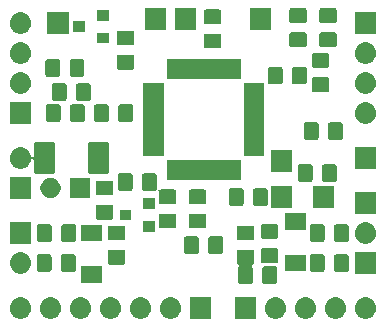
<source format=gts>
G04 #@! TF.GenerationSoftware,KiCad,Pcbnew,5.0.2+dfsg1-1*
G04 #@! TF.CreationDate,2019-11-26T12:32:40+03:00*
G04 #@! TF.ProjectId,clmt,636c6d74-2e6b-4696-9361-645f70636258,rev?*
G04 #@! TF.SameCoordinates,Original*
G04 #@! TF.FileFunction,Soldermask,Top*
G04 #@! TF.FilePolarity,Negative*
%FSLAX46Y46*%
G04 Gerber Fmt 4.6, Leading zero omitted, Abs format (unit mm)*
G04 Created by KiCad (PCBNEW 5.0.2+dfsg1-1) date Вт 26 ноя 2019 12:32:40*
%MOMM*%
%LPD*%
G01*
G04 APERTURE LIST*
%ADD10C,0.100000*%
G04 APERTURE END LIST*
D10*
G36*
X138540442Y-60065518D02*
X138606627Y-60072037D01*
X138719853Y-60106384D01*
X138776467Y-60123557D01*
X138915087Y-60197652D01*
X138932991Y-60207222D01*
X138968729Y-60236552D01*
X139070186Y-60319814D01*
X139153448Y-60421271D01*
X139182778Y-60457009D01*
X139182779Y-60457011D01*
X139266443Y-60613533D01*
X139266443Y-60613534D01*
X139317963Y-60783373D01*
X139335359Y-60960000D01*
X139317963Y-61136627D01*
X139283616Y-61249853D01*
X139266443Y-61306467D01*
X139192348Y-61445087D01*
X139182778Y-61462991D01*
X139153448Y-61498729D01*
X139070186Y-61600186D01*
X138968729Y-61683448D01*
X138932991Y-61712778D01*
X138932989Y-61712779D01*
X138776467Y-61796443D01*
X138719853Y-61813616D01*
X138606627Y-61847963D01*
X138540443Y-61854481D01*
X138474260Y-61861000D01*
X138385740Y-61861000D01*
X138319557Y-61854481D01*
X138253373Y-61847963D01*
X138140147Y-61813616D01*
X138083533Y-61796443D01*
X137927011Y-61712779D01*
X137927009Y-61712778D01*
X137891271Y-61683448D01*
X137789814Y-61600186D01*
X137706552Y-61498729D01*
X137677222Y-61462991D01*
X137667652Y-61445087D01*
X137593557Y-61306467D01*
X137576384Y-61249853D01*
X137542037Y-61136627D01*
X137524641Y-60960000D01*
X137542037Y-60783373D01*
X137593557Y-60613534D01*
X137593557Y-60613533D01*
X137677221Y-60457011D01*
X137677222Y-60457009D01*
X137706552Y-60421271D01*
X137789814Y-60319814D01*
X137891271Y-60236552D01*
X137927009Y-60207222D01*
X137944913Y-60197652D01*
X138083533Y-60123557D01*
X138140147Y-60106384D01*
X138253373Y-60072037D01*
X138319558Y-60065518D01*
X138385740Y-60059000D01*
X138474260Y-60059000D01*
X138540442Y-60065518D01*
X138540442Y-60065518D01*
G37*
G36*
X136000442Y-60065518D02*
X136066627Y-60072037D01*
X136179853Y-60106384D01*
X136236467Y-60123557D01*
X136375087Y-60197652D01*
X136392991Y-60207222D01*
X136428729Y-60236552D01*
X136530186Y-60319814D01*
X136613448Y-60421271D01*
X136642778Y-60457009D01*
X136642779Y-60457011D01*
X136726443Y-60613533D01*
X136726443Y-60613534D01*
X136777963Y-60783373D01*
X136795359Y-60960000D01*
X136777963Y-61136627D01*
X136743616Y-61249853D01*
X136726443Y-61306467D01*
X136652348Y-61445087D01*
X136642778Y-61462991D01*
X136613448Y-61498729D01*
X136530186Y-61600186D01*
X136428729Y-61683448D01*
X136392991Y-61712778D01*
X136392989Y-61712779D01*
X136236467Y-61796443D01*
X136179853Y-61813616D01*
X136066627Y-61847963D01*
X136000443Y-61854481D01*
X135934260Y-61861000D01*
X135845740Y-61861000D01*
X135779557Y-61854481D01*
X135713373Y-61847963D01*
X135600147Y-61813616D01*
X135543533Y-61796443D01*
X135387011Y-61712779D01*
X135387009Y-61712778D01*
X135351271Y-61683448D01*
X135249814Y-61600186D01*
X135166552Y-61498729D01*
X135137222Y-61462991D01*
X135127652Y-61445087D01*
X135053557Y-61306467D01*
X135036384Y-61249853D01*
X135002037Y-61136627D01*
X134984641Y-60960000D01*
X135002037Y-60783373D01*
X135053557Y-60613534D01*
X135053557Y-60613533D01*
X135137221Y-60457011D01*
X135137222Y-60457009D01*
X135166552Y-60421271D01*
X135249814Y-60319814D01*
X135351271Y-60236552D01*
X135387009Y-60207222D01*
X135404913Y-60197652D01*
X135543533Y-60123557D01*
X135600147Y-60106384D01*
X135713373Y-60072037D01*
X135779558Y-60065518D01*
X135845740Y-60059000D01*
X135934260Y-60059000D01*
X136000442Y-60065518D01*
X136000442Y-60065518D01*
G37*
G36*
X109330442Y-60065518D02*
X109396627Y-60072037D01*
X109509853Y-60106384D01*
X109566467Y-60123557D01*
X109705087Y-60197652D01*
X109722991Y-60207222D01*
X109758729Y-60236552D01*
X109860186Y-60319814D01*
X109943448Y-60421271D01*
X109972778Y-60457009D01*
X109972779Y-60457011D01*
X110056443Y-60613533D01*
X110056443Y-60613534D01*
X110107963Y-60783373D01*
X110125359Y-60960000D01*
X110107963Y-61136627D01*
X110073616Y-61249853D01*
X110056443Y-61306467D01*
X109982348Y-61445087D01*
X109972778Y-61462991D01*
X109943448Y-61498729D01*
X109860186Y-61600186D01*
X109758729Y-61683448D01*
X109722991Y-61712778D01*
X109722989Y-61712779D01*
X109566467Y-61796443D01*
X109509853Y-61813616D01*
X109396627Y-61847963D01*
X109330443Y-61854481D01*
X109264260Y-61861000D01*
X109175740Y-61861000D01*
X109109557Y-61854481D01*
X109043373Y-61847963D01*
X108930147Y-61813616D01*
X108873533Y-61796443D01*
X108717011Y-61712779D01*
X108717009Y-61712778D01*
X108681271Y-61683448D01*
X108579814Y-61600186D01*
X108496552Y-61498729D01*
X108467222Y-61462991D01*
X108457652Y-61445087D01*
X108383557Y-61306467D01*
X108366384Y-61249853D01*
X108332037Y-61136627D01*
X108314641Y-60960000D01*
X108332037Y-60783373D01*
X108383557Y-60613534D01*
X108383557Y-60613533D01*
X108467221Y-60457011D01*
X108467222Y-60457009D01*
X108496552Y-60421271D01*
X108579814Y-60319814D01*
X108681271Y-60236552D01*
X108717009Y-60207222D01*
X108734913Y-60197652D01*
X108873533Y-60123557D01*
X108930147Y-60106384D01*
X109043373Y-60072037D01*
X109109558Y-60065518D01*
X109175740Y-60059000D01*
X109264260Y-60059000D01*
X109330442Y-60065518D01*
X109330442Y-60065518D01*
G37*
G36*
X111870442Y-60065518D02*
X111936627Y-60072037D01*
X112049853Y-60106384D01*
X112106467Y-60123557D01*
X112245087Y-60197652D01*
X112262991Y-60207222D01*
X112298729Y-60236552D01*
X112400186Y-60319814D01*
X112483448Y-60421271D01*
X112512778Y-60457009D01*
X112512779Y-60457011D01*
X112596443Y-60613533D01*
X112596443Y-60613534D01*
X112647963Y-60783373D01*
X112665359Y-60960000D01*
X112647963Y-61136627D01*
X112613616Y-61249853D01*
X112596443Y-61306467D01*
X112522348Y-61445087D01*
X112512778Y-61462991D01*
X112483448Y-61498729D01*
X112400186Y-61600186D01*
X112298729Y-61683448D01*
X112262991Y-61712778D01*
X112262989Y-61712779D01*
X112106467Y-61796443D01*
X112049853Y-61813616D01*
X111936627Y-61847963D01*
X111870443Y-61854481D01*
X111804260Y-61861000D01*
X111715740Y-61861000D01*
X111649557Y-61854481D01*
X111583373Y-61847963D01*
X111470147Y-61813616D01*
X111413533Y-61796443D01*
X111257011Y-61712779D01*
X111257009Y-61712778D01*
X111221271Y-61683448D01*
X111119814Y-61600186D01*
X111036552Y-61498729D01*
X111007222Y-61462991D01*
X110997652Y-61445087D01*
X110923557Y-61306467D01*
X110906384Y-61249853D01*
X110872037Y-61136627D01*
X110854641Y-60960000D01*
X110872037Y-60783373D01*
X110923557Y-60613534D01*
X110923557Y-60613533D01*
X111007221Y-60457011D01*
X111007222Y-60457009D01*
X111036552Y-60421271D01*
X111119814Y-60319814D01*
X111221271Y-60236552D01*
X111257009Y-60207222D01*
X111274913Y-60197652D01*
X111413533Y-60123557D01*
X111470147Y-60106384D01*
X111583373Y-60072037D01*
X111649558Y-60065518D01*
X111715740Y-60059000D01*
X111804260Y-60059000D01*
X111870442Y-60065518D01*
X111870442Y-60065518D01*
G37*
G36*
X114410442Y-60065518D02*
X114476627Y-60072037D01*
X114589853Y-60106384D01*
X114646467Y-60123557D01*
X114785087Y-60197652D01*
X114802991Y-60207222D01*
X114838729Y-60236552D01*
X114940186Y-60319814D01*
X115023448Y-60421271D01*
X115052778Y-60457009D01*
X115052779Y-60457011D01*
X115136443Y-60613533D01*
X115136443Y-60613534D01*
X115187963Y-60783373D01*
X115205359Y-60960000D01*
X115187963Y-61136627D01*
X115153616Y-61249853D01*
X115136443Y-61306467D01*
X115062348Y-61445087D01*
X115052778Y-61462991D01*
X115023448Y-61498729D01*
X114940186Y-61600186D01*
X114838729Y-61683448D01*
X114802991Y-61712778D01*
X114802989Y-61712779D01*
X114646467Y-61796443D01*
X114589853Y-61813616D01*
X114476627Y-61847963D01*
X114410443Y-61854481D01*
X114344260Y-61861000D01*
X114255740Y-61861000D01*
X114189557Y-61854481D01*
X114123373Y-61847963D01*
X114010147Y-61813616D01*
X113953533Y-61796443D01*
X113797011Y-61712779D01*
X113797009Y-61712778D01*
X113761271Y-61683448D01*
X113659814Y-61600186D01*
X113576552Y-61498729D01*
X113547222Y-61462991D01*
X113537652Y-61445087D01*
X113463557Y-61306467D01*
X113446384Y-61249853D01*
X113412037Y-61136627D01*
X113394641Y-60960000D01*
X113412037Y-60783373D01*
X113463557Y-60613534D01*
X113463557Y-60613533D01*
X113547221Y-60457011D01*
X113547222Y-60457009D01*
X113576552Y-60421271D01*
X113659814Y-60319814D01*
X113761271Y-60236552D01*
X113797009Y-60207222D01*
X113814913Y-60197652D01*
X113953533Y-60123557D01*
X114010147Y-60106384D01*
X114123373Y-60072037D01*
X114189558Y-60065518D01*
X114255740Y-60059000D01*
X114344260Y-60059000D01*
X114410442Y-60065518D01*
X114410442Y-60065518D01*
G37*
G36*
X116950442Y-60065518D02*
X117016627Y-60072037D01*
X117129853Y-60106384D01*
X117186467Y-60123557D01*
X117325087Y-60197652D01*
X117342991Y-60207222D01*
X117378729Y-60236552D01*
X117480186Y-60319814D01*
X117563448Y-60421271D01*
X117592778Y-60457009D01*
X117592779Y-60457011D01*
X117676443Y-60613533D01*
X117676443Y-60613534D01*
X117727963Y-60783373D01*
X117745359Y-60960000D01*
X117727963Y-61136627D01*
X117693616Y-61249853D01*
X117676443Y-61306467D01*
X117602348Y-61445087D01*
X117592778Y-61462991D01*
X117563448Y-61498729D01*
X117480186Y-61600186D01*
X117378729Y-61683448D01*
X117342991Y-61712778D01*
X117342989Y-61712779D01*
X117186467Y-61796443D01*
X117129853Y-61813616D01*
X117016627Y-61847963D01*
X116950443Y-61854481D01*
X116884260Y-61861000D01*
X116795740Y-61861000D01*
X116729557Y-61854481D01*
X116663373Y-61847963D01*
X116550147Y-61813616D01*
X116493533Y-61796443D01*
X116337011Y-61712779D01*
X116337009Y-61712778D01*
X116301271Y-61683448D01*
X116199814Y-61600186D01*
X116116552Y-61498729D01*
X116087222Y-61462991D01*
X116077652Y-61445087D01*
X116003557Y-61306467D01*
X115986384Y-61249853D01*
X115952037Y-61136627D01*
X115934641Y-60960000D01*
X115952037Y-60783373D01*
X116003557Y-60613534D01*
X116003557Y-60613533D01*
X116087221Y-60457011D01*
X116087222Y-60457009D01*
X116116552Y-60421271D01*
X116199814Y-60319814D01*
X116301271Y-60236552D01*
X116337009Y-60207222D01*
X116354913Y-60197652D01*
X116493533Y-60123557D01*
X116550147Y-60106384D01*
X116663373Y-60072037D01*
X116729558Y-60065518D01*
X116795740Y-60059000D01*
X116884260Y-60059000D01*
X116950442Y-60065518D01*
X116950442Y-60065518D01*
G37*
G36*
X119490442Y-60065518D02*
X119556627Y-60072037D01*
X119669853Y-60106384D01*
X119726467Y-60123557D01*
X119865087Y-60197652D01*
X119882991Y-60207222D01*
X119918729Y-60236552D01*
X120020186Y-60319814D01*
X120103448Y-60421271D01*
X120132778Y-60457009D01*
X120132779Y-60457011D01*
X120216443Y-60613533D01*
X120216443Y-60613534D01*
X120267963Y-60783373D01*
X120285359Y-60960000D01*
X120267963Y-61136627D01*
X120233616Y-61249853D01*
X120216443Y-61306467D01*
X120142348Y-61445087D01*
X120132778Y-61462991D01*
X120103448Y-61498729D01*
X120020186Y-61600186D01*
X119918729Y-61683448D01*
X119882991Y-61712778D01*
X119882989Y-61712779D01*
X119726467Y-61796443D01*
X119669853Y-61813616D01*
X119556627Y-61847963D01*
X119490443Y-61854481D01*
X119424260Y-61861000D01*
X119335740Y-61861000D01*
X119269557Y-61854481D01*
X119203373Y-61847963D01*
X119090147Y-61813616D01*
X119033533Y-61796443D01*
X118877011Y-61712779D01*
X118877009Y-61712778D01*
X118841271Y-61683448D01*
X118739814Y-61600186D01*
X118656552Y-61498729D01*
X118627222Y-61462991D01*
X118617652Y-61445087D01*
X118543557Y-61306467D01*
X118526384Y-61249853D01*
X118492037Y-61136627D01*
X118474641Y-60960000D01*
X118492037Y-60783373D01*
X118543557Y-60613534D01*
X118543557Y-60613533D01*
X118627221Y-60457011D01*
X118627222Y-60457009D01*
X118656552Y-60421271D01*
X118739814Y-60319814D01*
X118841271Y-60236552D01*
X118877009Y-60207222D01*
X118894913Y-60197652D01*
X119033533Y-60123557D01*
X119090147Y-60106384D01*
X119203373Y-60072037D01*
X119269558Y-60065518D01*
X119335740Y-60059000D01*
X119424260Y-60059000D01*
X119490442Y-60065518D01*
X119490442Y-60065518D01*
G37*
G36*
X125361000Y-61861000D02*
X123559000Y-61861000D01*
X123559000Y-60059000D01*
X125361000Y-60059000D01*
X125361000Y-61861000D01*
X125361000Y-61861000D01*
G37*
G36*
X122030442Y-60065518D02*
X122096627Y-60072037D01*
X122209853Y-60106384D01*
X122266467Y-60123557D01*
X122405087Y-60197652D01*
X122422991Y-60207222D01*
X122458729Y-60236552D01*
X122560186Y-60319814D01*
X122643448Y-60421271D01*
X122672778Y-60457009D01*
X122672779Y-60457011D01*
X122756443Y-60613533D01*
X122756443Y-60613534D01*
X122807963Y-60783373D01*
X122825359Y-60960000D01*
X122807963Y-61136627D01*
X122773616Y-61249853D01*
X122756443Y-61306467D01*
X122682348Y-61445087D01*
X122672778Y-61462991D01*
X122643448Y-61498729D01*
X122560186Y-61600186D01*
X122458729Y-61683448D01*
X122422991Y-61712778D01*
X122422989Y-61712779D01*
X122266467Y-61796443D01*
X122209853Y-61813616D01*
X122096627Y-61847963D01*
X122030443Y-61854481D01*
X121964260Y-61861000D01*
X121875740Y-61861000D01*
X121809557Y-61854481D01*
X121743373Y-61847963D01*
X121630147Y-61813616D01*
X121573533Y-61796443D01*
X121417011Y-61712779D01*
X121417009Y-61712778D01*
X121381271Y-61683448D01*
X121279814Y-61600186D01*
X121196552Y-61498729D01*
X121167222Y-61462991D01*
X121157652Y-61445087D01*
X121083557Y-61306467D01*
X121066384Y-61249853D01*
X121032037Y-61136627D01*
X121014641Y-60960000D01*
X121032037Y-60783373D01*
X121083557Y-60613534D01*
X121083557Y-60613533D01*
X121167221Y-60457011D01*
X121167222Y-60457009D01*
X121196552Y-60421271D01*
X121279814Y-60319814D01*
X121381271Y-60236552D01*
X121417009Y-60207222D01*
X121434913Y-60197652D01*
X121573533Y-60123557D01*
X121630147Y-60106384D01*
X121743373Y-60072037D01*
X121809558Y-60065518D01*
X121875740Y-60059000D01*
X121964260Y-60059000D01*
X122030442Y-60065518D01*
X122030442Y-60065518D01*
G37*
G36*
X129171000Y-61861000D02*
X127369000Y-61861000D01*
X127369000Y-60059000D01*
X129171000Y-60059000D01*
X129171000Y-61861000D01*
X129171000Y-61861000D01*
G37*
G36*
X133460442Y-60065518D02*
X133526627Y-60072037D01*
X133639853Y-60106384D01*
X133696467Y-60123557D01*
X133835087Y-60197652D01*
X133852991Y-60207222D01*
X133888729Y-60236552D01*
X133990186Y-60319814D01*
X134073448Y-60421271D01*
X134102778Y-60457009D01*
X134102779Y-60457011D01*
X134186443Y-60613533D01*
X134186443Y-60613534D01*
X134237963Y-60783373D01*
X134255359Y-60960000D01*
X134237963Y-61136627D01*
X134203616Y-61249853D01*
X134186443Y-61306467D01*
X134112348Y-61445087D01*
X134102778Y-61462991D01*
X134073448Y-61498729D01*
X133990186Y-61600186D01*
X133888729Y-61683448D01*
X133852991Y-61712778D01*
X133852989Y-61712779D01*
X133696467Y-61796443D01*
X133639853Y-61813616D01*
X133526627Y-61847963D01*
X133460443Y-61854481D01*
X133394260Y-61861000D01*
X133305740Y-61861000D01*
X133239557Y-61854481D01*
X133173373Y-61847963D01*
X133060147Y-61813616D01*
X133003533Y-61796443D01*
X132847011Y-61712779D01*
X132847009Y-61712778D01*
X132811271Y-61683448D01*
X132709814Y-61600186D01*
X132626552Y-61498729D01*
X132597222Y-61462991D01*
X132587652Y-61445087D01*
X132513557Y-61306467D01*
X132496384Y-61249853D01*
X132462037Y-61136627D01*
X132444641Y-60960000D01*
X132462037Y-60783373D01*
X132513557Y-60613534D01*
X132513557Y-60613533D01*
X132597221Y-60457011D01*
X132597222Y-60457009D01*
X132626552Y-60421271D01*
X132709814Y-60319814D01*
X132811271Y-60236552D01*
X132847009Y-60207222D01*
X132864913Y-60197652D01*
X133003533Y-60123557D01*
X133060147Y-60106384D01*
X133173373Y-60072037D01*
X133239558Y-60065518D01*
X133305740Y-60059000D01*
X133394260Y-60059000D01*
X133460442Y-60065518D01*
X133460442Y-60065518D01*
G37*
G36*
X130920442Y-60065518D02*
X130986627Y-60072037D01*
X131099853Y-60106384D01*
X131156467Y-60123557D01*
X131295087Y-60197652D01*
X131312991Y-60207222D01*
X131348729Y-60236552D01*
X131450186Y-60319814D01*
X131533448Y-60421271D01*
X131562778Y-60457009D01*
X131562779Y-60457011D01*
X131646443Y-60613533D01*
X131646443Y-60613534D01*
X131697963Y-60783373D01*
X131715359Y-60960000D01*
X131697963Y-61136627D01*
X131663616Y-61249853D01*
X131646443Y-61306467D01*
X131572348Y-61445087D01*
X131562778Y-61462991D01*
X131533448Y-61498729D01*
X131450186Y-61600186D01*
X131348729Y-61683448D01*
X131312991Y-61712778D01*
X131312989Y-61712779D01*
X131156467Y-61796443D01*
X131099853Y-61813616D01*
X130986627Y-61847963D01*
X130920443Y-61854481D01*
X130854260Y-61861000D01*
X130765740Y-61861000D01*
X130699557Y-61854481D01*
X130633373Y-61847963D01*
X130520147Y-61813616D01*
X130463533Y-61796443D01*
X130307011Y-61712779D01*
X130307009Y-61712778D01*
X130271271Y-61683448D01*
X130169814Y-61600186D01*
X130086552Y-61498729D01*
X130057222Y-61462991D01*
X130047652Y-61445087D01*
X129973557Y-61306467D01*
X129956384Y-61249853D01*
X129922037Y-61136627D01*
X129904641Y-60960000D01*
X129922037Y-60783373D01*
X129973557Y-60613534D01*
X129973557Y-60613533D01*
X130057221Y-60457011D01*
X130057222Y-60457009D01*
X130086552Y-60421271D01*
X130169814Y-60319814D01*
X130271271Y-60236552D01*
X130307009Y-60207222D01*
X130324913Y-60197652D01*
X130463533Y-60123557D01*
X130520147Y-60106384D01*
X130633373Y-60072037D01*
X130699558Y-60065518D01*
X130765740Y-60059000D01*
X130854260Y-60059000D01*
X130920442Y-60065518D01*
X130920442Y-60065518D01*
G37*
G36*
X130783677Y-57419465D02*
X130821364Y-57430898D01*
X130856103Y-57449466D01*
X130886548Y-57474452D01*
X130911534Y-57504897D01*
X130930102Y-57539636D01*
X130941535Y-57577323D01*
X130946000Y-57622661D01*
X130946000Y-58709339D01*
X130941535Y-58754677D01*
X130930102Y-58792364D01*
X130911534Y-58827103D01*
X130886548Y-58857548D01*
X130856103Y-58882534D01*
X130821364Y-58901102D01*
X130783677Y-58912535D01*
X130738339Y-58917000D01*
X129901661Y-58917000D01*
X129856323Y-58912535D01*
X129818636Y-58901102D01*
X129783897Y-58882534D01*
X129753452Y-58857548D01*
X129728466Y-58827103D01*
X129709898Y-58792364D01*
X129698465Y-58754677D01*
X129694000Y-58709339D01*
X129694000Y-57622661D01*
X129698465Y-57577323D01*
X129709898Y-57539636D01*
X129728466Y-57504897D01*
X129753452Y-57474452D01*
X129783897Y-57449466D01*
X129818636Y-57430898D01*
X129856323Y-57419465D01*
X129901661Y-57415000D01*
X130738339Y-57415000D01*
X130783677Y-57419465D01*
X130783677Y-57419465D01*
G37*
G36*
X128858677Y-56038465D02*
X128896364Y-56049898D01*
X128931103Y-56068466D01*
X128961548Y-56093452D01*
X128986534Y-56123897D01*
X129005102Y-56158636D01*
X129016535Y-56196323D01*
X129021000Y-56241661D01*
X129021000Y-57078339D01*
X129016535Y-57123677D01*
X129005102Y-57161364D01*
X128986534Y-57196103D01*
X128961548Y-57226548D01*
X128931103Y-57251534D01*
X128896366Y-57270101D01*
X128893215Y-57271057D01*
X128870576Y-57280434D01*
X128850201Y-57294048D01*
X128832874Y-57311375D01*
X128819259Y-57331749D01*
X128809882Y-57354388D01*
X128805101Y-57378421D01*
X128805101Y-57402926D01*
X128809881Y-57426959D01*
X128819258Y-57449598D01*
X128832873Y-57469974D01*
X128861534Y-57504897D01*
X128880102Y-57539636D01*
X128891535Y-57577323D01*
X128896000Y-57622661D01*
X128896000Y-58709339D01*
X128891535Y-58754677D01*
X128880102Y-58792364D01*
X128861534Y-58827103D01*
X128836548Y-58857548D01*
X128806103Y-58882534D01*
X128771364Y-58901102D01*
X128733677Y-58912535D01*
X128688339Y-58917000D01*
X127851661Y-58917000D01*
X127806323Y-58912535D01*
X127768636Y-58901102D01*
X127733897Y-58882534D01*
X127703452Y-58857548D01*
X127678466Y-58827103D01*
X127659898Y-58792364D01*
X127648465Y-58754677D01*
X127644000Y-58709339D01*
X127644000Y-57622661D01*
X127648465Y-57577323D01*
X127659898Y-57539636D01*
X127678466Y-57504897D01*
X127707127Y-57469974D01*
X127720741Y-57449600D01*
X127730118Y-57426961D01*
X127734899Y-57402928D01*
X127734899Y-57378423D01*
X127730119Y-57354390D01*
X127720741Y-57331751D01*
X127707128Y-57311376D01*
X127689800Y-57294049D01*
X127669426Y-57280435D01*
X127646785Y-57271057D01*
X127643634Y-57270101D01*
X127608897Y-57251534D01*
X127578452Y-57226548D01*
X127553466Y-57196103D01*
X127534898Y-57161364D01*
X127523465Y-57123677D01*
X127519000Y-57078339D01*
X127519000Y-56241661D01*
X127523465Y-56196323D01*
X127534898Y-56158636D01*
X127553466Y-56123897D01*
X127578452Y-56093452D01*
X127608897Y-56068466D01*
X127643636Y-56049898D01*
X127681323Y-56038465D01*
X127726661Y-56034000D01*
X128813339Y-56034000D01*
X128858677Y-56038465D01*
X128858677Y-56038465D01*
G37*
G36*
X116147000Y-58811000D02*
X114345000Y-58811000D01*
X114345000Y-57409000D01*
X116147000Y-57409000D01*
X116147000Y-58811000D01*
X116147000Y-58811000D01*
G37*
G36*
X139331000Y-58051000D02*
X137529000Y-58051000D01*
X137529000Y-56249000D01*
X139331000Y-56249000D01*
X139331000Y-58051000D01*
X139331000Y-58051000D01*
G37*
G36*
X109330443Y-56255519D02*
X109396627Y-56262037D01*
X109509853Y-56296384D01*
X109566467Y-56313557D01*
X109655416Y-56361102D01*
X109722991Y-56397222D01*
X109731530Y-56404230D01*
X109860186Y-56509814D01*
X109939665Y-56606661D01*
X109972778Y-56647009D01*
X109972779Y-56647011D01*
X110056443Y-56803533D01*
X110056443Y-56803534D01*
X110107963Y-56973373D01*
X110125359Y-57150000D01*
X110107963Y-57326627D01*
X110099541Y-57354390D01*
X110056443Y-57496467D01*
X110051937Y-57504897D01*
X109972778Y-57652991D01*
X109949032Y-57681925D01*
X109860186Y-57790186D01*
X109781049Y-57855131D01*
X109722991Y-57902778D01*
X109722989Y-57902779D01*
X109566467Y-57986443D01*
X109509853Y-58003616D01*
X109396627Y-58037963D01*
X109330442Y-58044482D01*
X109264260Y-58051000D01*
X109175740Y-58051000D01*
X109109558Y-58044482D01*
X109043373Y-58037963D01*
X108930147Y-58003616D01*
X108873533Y-57986443D01*
X108717011Y-57902779D01*
X108717009Y-57902778D01*
X108658951Y-57855131D01*
X108579814Y-57790186D01*
X108490968Y-57681925D01*
X108467222Y-57652991D01*
X108388063Y-57504897D01*
X108383557Y-57496467D01*
X108340459Y-57354390D01*
X108332037Y-57326627D01*
X108314641Y-57150000D01*
X108332037Y-56973373D01*
X108383557Y-56803534D01*
X108383557Y-56803533D01*
X108467221Y-56647011D01*
X108467222Y-56647009D01*
X108500335Y-56606661D01*
X108579814Y-56509814D01*
X108708470Y-56404230D01*
X108717009Y-56397222D01*
X108784584Y-56361102D01*
X108873533Y-56313557D01*
X108930147Y-56296384D01*
X109043373Y-56262037D01*
X109109557Y-56255519D01*
X109175740Y-56249000D01*
X109264260Y-56249000D01*
X109330443Y-56255519D01*
X109330443Y-56255519D01*
G37*
G36*
X111684677Y-56403465D02*
X111722364Y-56414898D01*
X111757103Y-56433466D01*
X111787548Y-56458452D01*
X111812534Y-56488897D01*
X111831102Y-56523636D01*
X111842535Y-56561323D01*
X111847000Y-56606661D01*
X111847000Y-57693339D01*
X111842535Y-57738677D01*
X111831102Y-57776364D01*
X111812534Y-57811103D01*
X111787548Y-57841548D01*
X111757103Y-57866534D01*
X111722364Y-57885102D01*
X111684677Y-57896535D01*
X111639339Y-57901000D01*
X110802661Y-57901000D01*
X110757323Y-57896535D01*
X110719636Y-57885102D01*
X110684897Y-57866534D01*
X110654452Y-57841548D01*
X110629466Y-57811103D01*
X110610898Y-57776364D01*
X110599465Y-57738677D01*
X110595000Y-57693339D01*
X110595000Y-56606661D01*
X110599465Y-56561323D01*
X110610898Y-56523636D01*
X110629466Y-56488897D01*
X110654452Y-56458452D01*
X110684897Y-56433466D01*
X110719636Y-56414898D01*
X110757323Y-56403465D01*
X110802661Y-56399000D01*
X111639339Y-56399000D01*
X111684677Y-56403465D01*
X111684677Y-56403465D01*
G37*
G36*
X113734677Y-56403465D02*
X113772364Y-56414898D01*
X113807103Y-56433466D01*
X113837548Y-56458452D01*
X113862534Y-56488897D01*
X113881102Y-56523636D01*
X113892535Y-56561323D01*
X113897000Y-56606661D01*
X113897000Y-57693339D01*
X113892535Y-57738677D01*
X113881102Y-57776364D01*
X113862534Y-57811103D01*
X113837548Y-57841548D01*
X113807103Y-57866534D01*
X113772364Y-57885102D01*
X113734677Y-57896535D01*
X113689339Y-57901000D01*
X112852661Y-57901000D01*
X112807323Y-57896535D01*
X112769636Y-57885102D01*
X112734897Y-57866534D01*
X112704452Y-57841548D01*
X112679466Y-57811103D01*
X112660898Y-57776364D01*
X112649465Y-57738677D01*
X112645000Y-57693339D01*
X112645000Y-56606661D01*
X112649465Y-56561323D01*
X112660898Y-56523636D01*
X112679466Y-56488897D01*
X112704452Y-56458452D01*
X112734897Y-56433466D01*
X112769636Y-56414898D01*
X112807323Y-56403465D01*
X112852661Y-56399000D01*
X113689339Y-56399000D01*
X113734677Y-56403465D01*
X113734677Y-56403465D01*
G37*
G36*
X134811677Y-56403465D02*
X134849364Y-56414898D01*
X134884103Y-56433466D01*
X134914548Y-56458452D01*
X134939534Y-56488897D01*
X134958102Y-56523636D01*
X134969535Y-56561323D01*
X134974000Y-56606661D01*
X134974000Y-57693339D01*
X134969535Y-57738677D01*
X134958102Y-57776364D01*
X134939534Y-57811103D01*
X134914548Y-57841548D01*
X134884103Y-57866534D01*
X134849364Y-57885102D01*
X134811677Y-57896535D01*
X134766339Y-57901000D01*
X133929661Y-57901000D01*
X133884323Y-57896535D01*
X133846636Y-57885102D01*
X133811897Y-57866534D01*
X133781452Y-57841548D01*
X133756466Y-57811103D01*
X133737898Y-57776364D01*
X133726465Y-57738677D01*
X133722000Y-57693339D01*
X133722000Y-56606661D01*
X133726465Y-56561323D01*
X133737898Y-56523636D01*
X133756466Y-56488897D01*
X133781452Y-56458452D01*
X133811897Y-56433466D01*
X133846636Y-56414898D01*
X133884323Y-56403465D01*
X133929661Y-56399000D01*
X134766339Y-56399000D01*
X134811677Y-56403465D01*
X134811677Y-56403465D01*
G37*
G36*
X136861677Y-56403465D02*
X136899364Y-56414898D01*
X136934103Y-56433466D01*
X136964548Y-56458452D01*
X136989534Y-56488897D01*
X137008102Y-56523636D01*
X137019535Y-56561323D01*
X137024000Y-56606661D01*
X137024000Y-57693339D01*
X137019535Y-57738677D01*
X137008102Y-57776364D01*
X136989534Y-57811103D01*
X136964548Y-57841548D01*
X136934103Y-57866534D01*
X136899364Y-57885102D01*
X136861677Y-57896535D01*
X136816339Y-57901000D01*
X135979661Y-57901000D01*
X135934323Y-57896535D01*
X135896636Y-57885102D01*
X135861897Y-57866534D01*
X135831452Y-57841548D01*
X135806466Y-57811103D01*
X135787898Y-57776364D01*
X135776465Y-57738677D01*
X135772000Y-57693339D01*
X135772000Y-56606661D01*
X135776465Y-56561323D01*
X135787898Y-56523636D01*
X135806466Y-56488897D01*
X135831452Y-56458452D01*
X135861897Y-56433466D01*
X135896636Y-56414898D01*
X135934323Y-56403465D01*
X135979661Y-56399000D01*
X136816339Y-56399000D01*
X136861677Y-56403465D01*
X136861677Y-56403465D01*
G37*
G36*
X133401000Y-57851000D02*
X131599000Y-57851000D01*
X131599000Y-56449000D01*
X133401000Y-56449000D01*
X133401000Y-57851000D01*
X133401000Y-57851000D01*
G37*
G36*
X117936677Y-56038465D02*
X117974364Y-56049898D01*
X118009103Y-56068466D01*
X118039548Y-56093452D01*
X118064534Y-56123897D01*
X118083102Y-56158636D01*
X118094535Y-56196323D01*
X118099000Y-56241661D01*
X118099000Y-57078339D01*
X118094535Y-57123677D01*
X118083102Y-57161364D01*
X118064534Y-57196103D01*
X118039548Y-57226548D01*
X118009103Y-57251534D01*
X117974364Y-57270102D01*
X117936677Y-57281535D01*
X117891339Y-57286000D01*
X116804661Y-57286000D01*
X116759323Y-57281535D01*
X116721636Y-57270102D01*
X116686897Y-57251534D01*
X116656452Y-57226548D01*
X116631466Y-57196103D01*
X116612898Y-57161364D01*
X116601465Y-57123677D01*
X116597000Y-57078339D01*
X116597000Y-56241661D01*
X116601465Y-56196323D01*
X116612898Y-56158636D01*
X116631466Y-56123897D01*
X116656452Y-56093452D01*
X116686897Y-56068466D01*
X116721636Y-56049898D01*
X116759323Y-56038465D01*
X116804661Y-56034000D01*
X117891339Y-56034000D01*
X117936677Y-56038465D01*
X117936677Y-56038465D01*
G37*
G36*
X130890677Y-55903465D02*
X130928364Y-55914898D01*
X130963103Y-55933466D01*
X130993548Y-55958452D01*
X131018534Y-55988897D01*
X131037102Y-56023636D01*
X131048535Y-56061323D01*
X131053000Y-56106661D01*
X131053000Y-56943339D01*
X131048535Y-56988677D01*
X131037102Y-57026364D01*
X131018534Y-57061103D01*
X130993548Y-57091548D01*
X130963103Y-57116534D01*
X130928364Y-57135102D01*
X130890677Y-57146535D01*
X130845339Y-57151000D01*
X129758661Y-57151000D01*
X129713323Y-57146535D01*
X129675636Y-57135102D01*
X129640897Y-57116534D01*
X129610452Y-57091548D01*
X129585466Y-57061103D01*
X129566898Y-57026364D01*
X129555465Y-56988677D01*
X129551000Y-56943339D01*
X129551000Y-56106661D01*
X129555465Y-56061323D01*
X129566898Y-56023636D01*
X129585466Y-55988897D01*
X129610452Y-55958452D01*
X129640897Y-55933466D01*
X129675636Y-55914898D01*
X129713323Y-55903465D01*
X129758661Y-55899000D01*
X130845339Y-55899000D01*
X130890677Y-55903465D01*
X130890677Y-55903465D01*
G37*
G36*
X124161677Y-54879465D02*
X124199364Y-54890898D01*
X124234103Y-54909466D01*
X124264548Y-54934452D01*
X124289534Y-54964897D01*
X124308102Y-54999636D01*
X124319535Y-55037323D01*
X124324000Y-55082661D01*
X124324000Y-56169339D01*
X124319535Y-56214677D01*
X124308102Y-56252364D01*
X124289534Y-56287103D01*
X124264548Y-56317548D01*
X124234103Y-56342534D01*
X124199364Y-56361102D01*
X124161677Y-56372535D01*
X124116339Y-56377000D01*
X123279661Y-56377000D01*
X123234323Y-56372535D01*
X123196636Y-56361102D01*
X123161897Y-56342534D01*
X123131452Y-56317548D01*
X123106466Y-56287103D01*
X123087898Y-56252364D01*
X123076465Y-56214677D01*
X123072000Y-56169339D01*
X123072000Y-55082661D01*
X123076465Y-55037323D01*
X123087898Y-54999636D01*
X123106466Y-54964897D01*
X123131452Y-54934452D01*
X123161897Y-54909466D01*
X123196636Y-54890898D01*
X123234323Y-54879465D01*
X123279661Y-54875000D01*
X124116339Y-54875000D01*
X124161677Y-54879465D01*
X124161677Y-54879465D01*
G37*
G36*
X126211677Y-54879465D02*
X126249364Y-54890898D01*
X126284103Y-54909466D01*
X126314548Y-54934452D01*
X126339534Y-54964897D01*
X126358102Y-54999636D01*
X126369535Y-55037323D01*
X126374000Y-55082661D01*
X126374000Y-56169339D01*
X126369535Y-56214677D01*
X126358102Y-56252364D01*
X126339534Y-56287103D01*
X126314548Y-56317548D01*
X126284103Y-56342534D01*
X126249364Y-56361102D01*
X126211677Y-56372535D01*
X126166339Y-56377000D01*
X125329661Y-56377000D01*
X125284323Y-56372535D01*
X125246636Y-56361102D01*
X125211897Y-56342534D01*
X125181452Y-56317548D01*
X125156466Y-56287103D01*
X125137898Y-56252364D01*
X125126465Y-56214677D01*
X125122000Y-56169339D01*
X125122000Y-55082661D01*
X125126465Y-55037323D01*
X125137898Y-54999636D01*
X125156466Y-54964897D01*
X125181452Y-54934452D01*
X125211897Y-54909466D01*
X125246636Y-54890898D01*
X125284323Y-54879465D01*
X125329661Y-54875000D01*
X126166339Y-54875000D01*
X126211677Y-54879465D01*
X126211677Y-54879465D01*
G37*
G36*
X138540442Y-53715518D02*
X138606627Y-53722037D01*
X138719853Y-53756384D01*
X138776467Y-53773557D01*
X138915087Y-53847652D01*
X138932991Y-53857222D01*
X138941530Y-53864230D01*
X139070186Y-53969814D01*
X139153448Y-54071271D01*
X139182778Y-54107009D01*
X139182779Y-54107011D01*
X139266443Y-54263533D01*
X139266443Y-54263534D01*
X139317963Y-54433373D01*
X139335359Y-54610000D01*
X139317963Y-54786627D01*
X139291155Y-54875000D01*
X139266443Y-54956467D01*
X139198990Y-55082661D01*
X139182778Y-55112991D01*
X139159032Y-55141925D01*
X139070186Y-55250186D01*
X138991049Y-55315131D01*
X138932991Y-55362778D01*
X138932989Y-55362779D01*
X138776467Y-55446443D01*
X138719853Y-55463616D01*
X138606627Y-55497963D01*
X138540442Y-55504482D01*
X138474260Y-55511000D01*
X138385740Y-55511000D01*
X138319558Y-55504482D01*
X138253373Y-55497963D01*
X138140147Y-55463616D01*
X138083533Y-55446443D01*
X137927011Y-55362779D01*
X137927009Y-55362778D01*
X137868951Y-55315131D01*
X137789814Y-55250186D01*
X137700968Y-55141925D01*
X137677222Y-55112991D01*
X137661010Y-55082661D01*
X137593557Y-54956467D01*
X137568845Y-54875000D01*
X137542037Y-54786627D01*
X137524641Y-54610000D01*
X137542037Y-54433373D01*
X137593557Y-54263534D01*
X137593557Y-54263533D01*
X137677221Y-54107011D01*
X137677222Y-54107009D01*
X137706552Y-54071271D01*
X137789814Y-53969814D01*
X137918470Y-53864230D01*
X137927009Y-53857222D01*
X137944913Y-53847652D01*
X138083533Y-53773557D01*
X138140147Y-53756384D01*
X138253373Y-53722037D01*
X138319558Y-53715518D01*
X138385740Y-53709000D01*
X138474260Y-53709000D01*
X138540442Y-53715518D01*
X138540442Y-53715518D01*
G37*
G36*
X110121000Y-55511000D02*
X108319000Y-55511000D01*
X108319000Y-53709000D01*
X110121000Y-53709000D01*
X110121000Y-55511000D01*
X110121000Y-55511000D01*
G37*
G36*
X136861677Y-53863465D02*
X136899364Y-53874898D01*
X136934103Y-53893466D01*
X136964548Y-53918452D01*
X136989534Y-53948897D01*
X137008102Y-53983636D01*
X137019535Y-54021323D01*
X137024000Y-54066661D01*
X137024000Y-55153339D01*
X137019535Y-55198677D01*
X137008102Y-55236364D01*
X136989534Y-55271103D01*
X136964548Y-55301548D01*
X136934103Y-55326534D01*
X136899364Y-55345102D01*
X136861677Y-55356535D01*
X136816339Y-55361000D01*
X135979661Y-55361000D01*
X135934323Y-55356535D01*
X135896636Y-55345102D01*
X135861897Y-55326534D01*
X135831452Y-55301548D01*
X135806466Y-55271103D01*
X135787898Y-55236364D01*
X135776465Y-55198677D01*
X135772000Y-55153339D01*
X135772000Y-54066661D01*
X135776465Y-54021323D01*
X135787898Y-53983636D01*
X135806466Y-53948897D01*
X135831452Y-53918452D01*
X135861897Y-53893466D01*
X135896636Y-53874898D01*
X135934323Y-53863465D01*
X135979661Y-53859000D01*
X136816339Y-53859000D01*
X136861677Y-53863465D01*
X136861677Y-53863465D01*
G37*
G36*
X111709677Y-53863465D02*
X111747364Y-53874898D01*
X111782103Y-53893466D01*
X111812548Y-53918452D01*
X111837534Y-53948897D01*
X111856102Y-53983636D01*
X111867535Y-54021323D01*
X111872000Y-54066661D01*
X111872000Y-55153339D01*
X111867535Y-55198677D01*
X111856102Y-55236364D01*
X111837534Y-55271103D01*
X111812548Y-55301548D01*
X111782103Y-55326534D01*
X111747364Y-55345102D01*
X111709677Y-55356535D01*
X111664339Y-55361000D01*
X110827661Y-55361000D01*
X110782323Y-55356535D01*
X110744636Y-55345102D01*
X110709897Y-55326534D01*
X110679452Y-55301548D01*
X110654466Y-55271103D01*
X110635898Y-55236364D01*
X110624465Y-55198677D01*
X110620000Y-55153339D01*
X110620000Y-54066661D01*
X110624465Y-54021323D01*
X110635898Y-53983636D01*
X110654466Y-53948897D01*
X110679452Y-53918452D01*
X110709897Y-53893466D01*
X110744636Y-53874898D01*
X110782323Y-53863465D01*
X110827661Y-53859000D01*
X111664339Y-53859000D01*
X111709677Y-53863465D01*
X111709677Y-53863465D01*
G37*
G36*
X113759677Y-53863465D02*
X113797364Y-53874898D01*
X113832103Y-53893466D01*
X113862548Y-53918452D01*
X113887534Y-53948897D01*
X113906102Y-53983636D01*
X113917535Y-54021323D01*
X113922000Y-54066661D01*
X113922000Y-55153339D01*
X113917535Y-55198677D01*
X113906102Y-55236364D01*
X113887534Y-55271103D01*
X113862548Y-55301548D01*
X113832103Y-55326534D01*
X113797364Y-55345102D01*
X113759677Y-55356535D01*
X113714339Y-55361000D01*
X112877661Y-55361000D01*
X112832323Y-55356535D01*
X112794636Y-55345102D01*
X112759897Y-55326534D01*
X112729452Y-55301548D01*
X112704466Y-55271103D01*
X112685898Y-55236364D01*
X112674465Y-55198677D01*
X112670000Y-55153339D01*
X112670000Y-54066661D01*
X112674465Y-54021323D01*
X112685898Y-53983636D01*
X112704466Y-53948897D01*
X112729452Y-53918452D01*
X112759897Y-53893466D01*
X112794636Y-53874898D01*
X112832323Y-53863465D01*
X112877661Y-53859000D01*
X113714339Y-53859000D01*
X113759677Y-53863465D01*
X113759677Y-53863465D01*
G37*
G36*
X134811677Y-53863465D02*
X134849364Y-53874898D01*
X134884103Y-53893466D01*
X134914548Y-53918452D01*
X134939534Y-53948897D01*
X134958102Y-53983636D01*
X134969535Y-54021323D01*
X134974000Y-54066661D01*
X134974000Y-55153339D01*
X134969535Y-55198677D01*
X134958102Y-55236364D01*
X134939534Y-55271103D01*
X134914548Y-55301548D01*
X134884103Y-55326534D01*
X134849364Y-55345102D01*
X134811677Y-55356535D01*
X134766339Y-55361000D01*
X133929661Y-55361000D01*
X133884323Y-55356535D01*
X133846636Y-55345102D01*
X133811897Y-55326534D01*
X133781452Y-55301548D01*
X133756466Y-55271103D01*
X133737898Y-55236364D01*
X133726465Y-55198677D01*
X133722000Y-55153339D01*
X133722000Y-54066661D01*
X133726465Y-54021323D01*
X133737898Y-53983636D01*
X133756466Y-53948897D01*
X133781452Y-53918452D01*
X133811897Y-53893466D01*
X133846636Y-53874898D01*
X133884323Y-53863465D01*
X133929661Y-53859000D01*
X134766339Y-53859000D01*
X134811677Y-53863465D01*
X134811677Y-53863465D01*
G37*
G36*
X116147000Y-55311000D02*
X114345000Y-55311000D01*
X114345000Y-53909000D01*
X116147000Y-53909000D01*
X116147000Y-55311000D01*
X116147000Y-55311000D01*
G37*
G36*
X128858677Y-53988465D02*
X128896364Y-53999898D01*
X128931103Y-54018466D01*
X128961548Y-54043452D01*
X128986534Y-54073897D01*
X129005102Y-54108636D01*
X129016535Y-54146323D01*
X129021000Y-54191661D01*
X129021000Y-55028339D01*
X129016535Y-55073677D01*
X129005102Y-55111364D01*
X128986534Y-55146103D01*
X128961548Y-55176548D01*
X128931103Y-55201534D01*
X128896364Y-55220102D01*
X128858677Y-55231535D01*
X128813339Y-55236000D01*
X127726661Y-55236000D01*
X127681323Y-55231535D01*
X127643636Y-55220102D01*
X127608897Y-55201534D01*
X127578452Y-55176548D01*
X127553466Y-55146103D01*
X127534898Y-55111364D01*
X127523465Y-55073677D01*
X127519000Y-55028339D01*
X127519000Y-54191661D01*
X127523465Y-54146323D01*
X127534898Y-54108636D01*
X127553466Y-54073897D01*
X127578452Y-54043452D01*
X127608897Y-54018466D01*
X127643636Y-53999898D01*
X127681323Y-53988465D01*
X127726661Y-53984000D01*
X128813339Y-53984000D01*
X128858677Y-53988465D01*
X128858677Y-53988465D01*
G37*
G36*
X117936677Y-53988465D02*
X117974364Y-53999898D01*
X118009103Y-54018466D01*
X118039548Y-54043452D01*
X118064534Y-54073897D01*
X118083102Y-54108636D01*
X118094535Y-54146323D01*
X118099000Y-54191661D01*
X118099000Y-55028339D01*
X118094535Y-55073677D01*
X118083102Y-55111364D01*
X118064534Y-55146103D01*
X118039548Y-55176548D01*
X118009103Y-55201534D01*
X117974364Y-55220102D01*
X117936677Y-55231535D01*
X117891339Y-55236000D01*
X116804661Y-55236000D01*
X116759323Y-55231535D01*
X116721636Y-55220102D01*
X116686897Y-55201534D01*
X116656452Y-55176548D01*
X116631466Y-55146103D01*
X116612898Y-55111364D01*
X116601465Y-55073677D01*
X116597000Y-55028339D01*
X116597000Y-54191661D01*
X116601465Y-54146323D01*
X116612898Y-54108636D01*
X116631466Y-54073897D01*
X116656452Y-54043452D01*
X116686897Y-54018466D01*
X116721636Y-53999898D01*
X116759323Y-53988465D01*
X116804661Y-53984000D01*
X117891339Y-53984000D01*
X117936677Y-53988465D01*
X117936677Y-53988465D01*
G37*
G36*
X130890677Y-53853465D02*
X130928364Y-53864898D01*
X130963103Y-53883466D01*
X130993548Y-53908452D01*
X131018534Y-53938897D01*
X131037102Y-53973636D01*
X131048535Y-54011323D01*
X131053000Y-54056661D01*
X131053000Y-54893339D01*
X131048535Y-54938677D01*
X131037102Y-54976364D01*
X131018534Y-55011103D01*
X130993548Y-55041548D01*
X130963103Y-55066534D01*
X130928364Y-55085102D01*
X130890677Y-55096535D01*
X130845339Y-55101000D01*
X129758661Y-55101000D01*
X129713323Y-55096535D01*
X129675636Y-55085102D01*
X129640897Y-55066534D01*
X129610452Y-55041548D01*
X129585466Y-55011103D01*
X129566898Y-54976364D01*
X129555465Y-54938677D01*
X129551000Y-54893339D01*
X129551000Y-54056661D01*
X129555465Y-54011323D01*
X129566898Y-53973636D01*
X129585466Y-53938897D01*
X129610452Y-53908452D01*
X129640897Y-53883466D01*
X129675636Y-53864898D01*
X129713323Y-53853465D01*
X129758661Y-53849000D01*
X130845339Y-53849000D01*
X130890677Y-53853465D01*
X130890677Y-53853465D01*
G37*
G36*
X120611000Y-54487000D02*
X119609000Y-54487000D01*
X119609000Y-53585000D01*
X120611000Y-53585000D01*
X120611000Y-54487000D01*
X120611000Y-54487000D01*
G37*
G36*
X133401000Y-54351000D02*
X131599000Y-54351000D01*
X131599000Y-52949000D01*
X133401000Y-52949000D01*
X133401000Y-54351000D01*
X133401000Y-54351000D01*
G37*
G36*
X124794677Y-52972465D02*
X124832364Y-52983898D01*
X124867103Y-53002466D01*
X124897548Y-53027452D01*
X124922534Y-53057897D01*
X124941102Y-53092636D01*
X124952535Y-53130323D01*
X124957000Y-53175661D01*
X124957000Y-54012339D01*
X124952535Y-54057677D01*
X124941102Y-54095364D01*
X124922534Y-54130103D01*
X124897548Y-54160548D01*
X124867103Y-54185534D01*
X124832364Y-54204102D01*
X124794677Y-54215535D01*
X124749339Y-54220000D01*
X123662661Y-54220000D01*
X123617323Y-54215535D01*
X123579636Y-54204102D01*
X123544897Y-54185534D01*
X123514452Y-54160548D01*
X123489466Y-54130103D01*
X123470898Y-54095364D01*
X123459465Y-54057677D01*
X123455000Y-54012339D01*
X123455000Y-53175661D01*
X123459465Y-53130323D01*
X123470898Y-53092636D01*
X123489466Y-53057897D01*
X123514452Y-53027452D01*
X123544897Y-53002466D01*
X123579636Y-52983898D01*
X123617323Y-52972465D01*
X123662661Y-52968000D01*
X124749339Y-52968000D01*
X124794677Y-52972465D01*
X124794677Y-52972465D01*
G37*
G36*
X122254677Y-52972465D02*
X122292364Y-52983898D01*
X122327103Y-53002466D01*
X122357548Y-53027452D01*
X122382534Y-53057897D01*
X122401102Y-53092636D01*
X122412535Y-53130323D01*
X122417000Y-53175661D01*
X122417000Y-54012339D01*
X122412535Y-54057677D01*
X122401102Y-54095364D01*
X122382534Y-54130103D01*
X122357548Y-54160548D01*
X122327103Y-54185534D01*
X122292364Y-54204102D01*
X122254677Y-54215535D01*
X122209339Y-54220000D01*
X121122661Y-54220000D01*
X121077323Y-54215535D01*
X121039636Y-54204102D01*
X121004897Y-54185534D01*
X120974452Y-54160548D01*
X120949466Y-54130103D01*
X120930898Y-54095364D01*
X120919465Y-54057677D01*
X120915000Y-54012339D01*
X120915000Y-53175661D01*
X120919465Y-53130323D01*
X120930898Y-53092636D01*
X120949466Y-53057897D01*
X120974452Y-53027452D01*
X121004897Y-53002466D01*
X121039636Y-52983898D01*
X121077323Y-52972465D01*
X121122661Y-52968000D01*
X122209339Y-52968000D01*
X122254677Y-52972465D01*
X122254677Y-52972465D01*
G37*
G36*
X118611000Y-53537000D02*
X117609000Y-53537000D01*
X117609000Y-52635000D01*
X118611000Y-52635000D01*
X118611000Y-53537000D01*
X118611000Y-53537000D01*
G37*
G36*
X116920677Y-52228465D02*
X116958364Y-52239898D01*
X116993103Y-52258466D01*
X117023548Y-52283452D01*
X117048534Y-52313897D01*
X117067102Y-52348636D01*
X117078535Y-52386323D01*
X117083000Y-52431661D01*
X117083000Y-53268339D01*
X117078535Y-53313677D01*
X117067102Y-53351364D01*
X117048534Y-53386103D01*
X117023548Y-53416548D01*
X116993103Y-53441534D01*
X116958364Y-53460102D01*
X116920677Y-53471535D01*
X116875339Y-53476000D01*
X115788661Y-53476000D01*
X115743323Y-53471535D01*
X115705636Y-53460102D01*
X115670897Y-53441534D01*
X115640452Y-53416548D01*
X115615466Y-53386103D01*
X115596898Y-53351364D01*
X115585465Y-53313677D01*
X115581000Y-53268339D01*
X115581000Y-52431661D01*
X115585465Y-52386323D01*
X115596898Y-52348636D01*
X115615466Y-52313897D01*
X115640452Y-52283452D01*
X115670897Y-52258466D01*
X115705636Y-52239898D01*
X115743323Y-52228465D01*
X115788661Y-52224000D01*
X116875339Y-52224000D01*
X116920677Y-52228465D01*
X116920677Y-52228465D01*
G37*
G36*
X139331000Y-52971000D02*
X137529000Y-52971000D01*
X137529000Y-51169000D01*
X139331000Y-51169000D01*
X139331000Y-52971000D01*
X139331000Y-52971000D01*
G37*
G36*
X120611000Y-52587000D02*
X119609000Y-52587000D01*
X119609000Y-51685000D01*
X120611000Y-51685000D01*
X120611000Y-52587000D01*
X120611000Y-52587000D01*
G37*
G36*
X135775000Y-52463000D02*
X133973000Y-52463000D01*
X133973000Y-50661000D01*
X135775000Y-50661000D01*
X135775000Y-52463000D01*
X135775000Y-52463000D01*
G37*
G36*
X132219000Y-52463000D02*
X130417000Y-52463000D01*
X130417000Y-50661000D01*
X132219000Y-50661000D01*
X132219000Y-52463000D01*
X132219000Y-52463000D01*
G37*
G36*
X130003677Y-50815465D02*
X130041364Y-50826898D01*
X130076103Y-50845466D01*
X130106548Y-50870452D01*
X130131534Y-50900897D01*
X130150102Y-50935636D01*
X130161535Y-50973323D01*
X130166000Y-51018661D01*
X130166000Y-52105339D01*
X130161535Y-52150677D01*
X130150102Y-52188364D01*
X130131534Y-52223103D01*
X130106548Y-52253548D01*
X130076103Y-52278534D01*
X130041364Y-52297102D01*
X130003677Y-52308535D01*
X129958339Y-52313000D01*
X129121661Y-52313000D01*
X129076323Y-52308535D01*
X129038636Y-52297102D01*
X129003897Y-52278534D01*
X128973452Y-52253548D01*
X128948466Y-52223103D01*
X128929898Y-52188364D01*
X128918465Y-52150677D01*
X128914000Y-52105339D01*
X128914000Y-51018661D01*
X128918465Y-50973323D01*
X128929898Y-50935636D01*
X128948466Y-50900897D01*
X128973452Y-50870452D01*
X129003897Y-50845466D01*
X129038636Y-50826898D01*
X129076323Y-50815465D01*
X129121661Y-50811000D01*
X129958339Y-50811000D01*
X130003677Y-50815465D01*
X130003677Y-50815465D01*
G37*
G36*
X127953677Y-50815465D02*
X127991364Y-50826898D01*
X128026103Y-50845466D01*
X128056548Y-50870452D01*
X128081534Y-50900897D01*
X128100102Y-50935636D01*
X128111535Y-50973323D01*
X128116000Y-51018661D01*
X128116000Y-52105339D01*
X128111535Y-52150677D01*
X128100102Y-52188364D01*
X128081534Y-52223103D01*
X128056548Y-52253548D01*
X128026103Y-52278534D01*
X127991364Y-52297102D01*
X127953677Y-52308535D01*
X127908339Y-52313000D01*
X127071661Y-52313000D01*
X127026323Y-52308535D01*
X126988636Y-52297102D01*
X126953897Y-52278534D01*
X126923452Y-52253548D01*
X126898466Y-52223103D01*
X126879898Y-52188364D01*
X126868465Y-52150677D01*
X126864000Y-52105339D01*
X126864000Y-51018661D01*
X126868465Y-50973323D01*
X126879898Y-50935636D01*
X126898466Y-50900897D01*
X126923452Y-50870452D01*
X126953897Y-50845466D01*
X126988636Y-50826898D01*
X127026323Y-50815465D01*
X127071661Y-50811000D01*
X127908339Y-50811000D01*
X127953677Y-50815465D01*
X127953677Y-50815465D01*
G37*
G36*
X122254677Y-50922465D02*
X122292364Y-50933898D01*
X122327103Y-50952466D01*
X122357548Y-50977452D01*
X122382534Y-51007897D01*
X122401102Y-51042636D01*
X122412535Y-51080323D01*
X122417000Y-51125661D01*
X122417000Y-51962339D01*
X122412535Y-52007677D01*
X122401102Y-52045364D01*
X122382534Y-52080103D01*
X122357548Y-52110548D01*
X122327103Y-52135534D01*
X122292364Y-52154102D01*
X122254677Y-52165535D01*
X122209339Y-52170000D01*
X121122661Y-52170000D01*
X121077323Y-52165535D01*
X121039636Y-52154102D01*
X121004897Y-52135534D01*
X120974452Y-52110548D01*
X120949466Y-52080103D01*
X120930898Y-52045364D01*
X120919465Y-52007677D01*
X120915000Y-51962339D01*
X120915000Y-51125659D01*
X120918803Y-51087043D01*
X120918803Y-51062539D01*
X120914022Y-51038505D01*
X120904645Y-51015866D01*
X120901097Y-51010556D01*
X120924882Y-51005825D01*
X120947521Y-50996448D01*
X120967894Y-50982834D01*
X121004897Y-50952466D01*
X121039636Y-50933898D01*
X121077323Y-50922465D01*
X121122661Y-50918000D01*
X122209339Y-50918000D01*
X122254677Y-50922465D01*
X122254677Y-50922465D01*
G37*
G36*
X124794677Y-50922465D02*
X124832364Y-50933898D01*
X124867103Y-50952466D01*
X124897548Y-50977452D01*
X124922534Y-51007897D01*
X124941102Y-51042636D01*
X124952535Y-51080323D01*
X124957000Y-51125661D01*
X124957000Y-51962339D01*
X124952535Y-52007677D01*
X124941102Y-52045364D01*
X124922534Y-52080103D01*
X124897548Y-52110548D01*
X124867103Y-52135534D01*
X124832364Y-52154102D01*
X124794677Y-52165535D01*
X124749339Y-52170000D01*
X123662661Y-52170000D01*
X123617323Y-52165535D01*
X123579636Y-52154102D01*
X123544897Y-52135534D01*
X123514452Y-52110548D01*
X123489466Y-52080103D01*
X123470898Y-52045364D01*
X123459465Y-52007677D01*
X123455000Y-51962339D01*
X123455000Y-51125661D01*
X123459465Y-51080323D01*
X123470898Y-51042636D01*
X123489466Y-51007897D01*
X123514452Y-50977452D01*
X123544897Y-50952466D01*
X123579636Y-50933898D01*
X123617323Y-50922465D01*
X123662661Y-50918000D01*
X124749339Y-50918000D01*
X124794677Y-50922465D01*
X124794677Y-50922465D01*
G37*
G36*
X110121000Y-51701000D02*
X108319000Y-51701000D01*
X108319000Y-49899000D01*
X110121000Y-49899000D01*
X110121000Y-51701000D01*
X110121000Y-51701000D01*
G37*
G36*
X115111000Y-51651000D02*
X113409000Y-51651000D01*
X113409000Y-49949000D01*
X115111000Y-49949000D01*
X115111000Y-51651000D01*
X115111000Y-51651000D01*
G37*
G36*
X112008228Y-49981703D02*
X112163100Y-50045853D01*
X112302481Y-50138985D01*
X112421015Y-50257519D01*
X112514147Y-50396900D01*
X112578297Y-50551772D01*
X112611000Y-50716184D01*
X112611000Y-50883816D01*
X112578297Y-51048228D01*
X112514147Y-51203100D01*
X112421015Y-51342481D01*
X112302481Y-51461015D01*
X112163100Y-51554147D01*
X112008228Y-51618297D01*
X111843816Y-51651000D01*
X111676184Y-51651000D01*
X111511772Y-51618297D01*
X111356900Y-51554147D01*
X111217519Y-51461015D01*
X111098985Y-51342481D01*
X111005853Y-51203100D01*
X110941703Y-51048228D01*
X110909000Y-50883816D01*
X110909000Y-50716184D01*
X110941703Y-50551772D01*
X111005853Y-50396900D01*
X111098985Y-50257519D01*
X111217519Y-50138985D01*
X111356900Y-50045853D01*
X111511772Y-49981703D01*
X111676184Y-49949000D01*
X111843816Y-49949000D01*
X112008228Y-49981703D01*
X112008228Y-49981703D01*
G37*
G36*
X116920677Y-50178465D02*
X116958364Y-50189898D01*
X116993103Y-50208466D01*
X117023548Y-50233452D01*
X117048534Y-50263897D01*
X117067102Y-50298636D01*
X117078535Y-50336323D01*
X117083000Y-50381661D01*
X117083000Y-51218339D01*
X117078535Y-51263677D01*
X117067102Y-51301364D01*
X117048534Y-51336103D01*
X117023548Y-51366548D01*
X116993103Y-51391534D01*
X116958364Y-51410102D01*
X116920677Y-51421535D01*
X116875339Y-51426000D01*
X115788661Y-51426000D01*
X115743323Y-51421535D01*
X115705636Y-51410102D01*
X115670897Y-51391534D01*
X115640452Y-51366548D01*
X115615466Y-51336103D01*
X115596898Y-51301364D01*
X115585465Y-51263677D01*
X115581000Y-51218339D01*
X115581000Y-50381661D01*
X115585465Y-50336323D01*
X115596898Y-50298636D01*
X115615466Y-50263897D01*
X115640452Y-50233452D01*
X115670897Y-50208466D01*
X115705636Y-50189898D01*
X115743323Y-50178465D01*
X115788661Y-50174000D01*
X116875339Y-50174000D01*
X116920677Y-50178465D01*
X116920677Y-50178465D01*
G37*
G36*
X120605677Y-49545465D02*
X120643364Y-49556898D01*
X120678103Y-49575466D01*
X120708548Y-49600452D01*
X120733534Y-49630897D01*
X120752102Y-49665636D01*
X120763535Y-49703323D01*
X120768000Y-49748661D01*
X120768000Y-50835341D01*
X120764197Y-50873957D01*
X120764197Y-50898461D01*
X120768978Y-50922495D01*
X120778355Y-50945134D01*
X120781903Y-50950444D01*
X120758118Y-50955175D01*
X120735479Y-50964552D01*
X120715106Y-50978166D01*
X120678103Y-51008534D01*
X120643364Y-51027102D01*
X120605677Y-51038535D01*
X120560339Y-51043000D01*
X119723661Y-51043000D01*
X119678323Y-51038535D01*
X119640636Y-51027102D01*
X119605897Y-51008534D01*
X119575452Y-50983548D01*
X119550466Y-50953103D01*
X119531898Y-50918364D01*
X119520465Y-50880677D01*
X119516000Y-50835339D01*
X119516000Y-49748661D01*
X119520465Y-49703323D01*
X119531898Y-49665636D01*
X119550466Y-49630897D01*
X119575452Y-49600452D01*
X119605897Y-49575466D01*
X119640636Y-49556898D01*
X119678323Y-49545465D01*
X119723661Y-49541000D01*
X120560339Y-49541000D01*
X120605677Y-49545465D01*
X120605677Y-49545465D01*
G37*
G36*
X118555677Y-49545465D02*
X118593364Y-49556898D01*
X118628103Y-49575466D01*
X118658548Y-49600452D01*
X118683534Y-49630897D01*
X118702102Y-49665636D01*
X118713535Y-49703323D01*
X118718000Y-49748661D01*
X118718000Y-50835339D01*
X118713535Y-50880677D01*
X118702102Y-50918364D01*
X118683534Y-50953103D01*
X118658548Y-50983548D01*
X118628103Y-51008534D01*
X118593364Y-51027102D01*
X118555677Y-51038535D01*
X118510339Y-51043000D01*
X117673661Y-51043000D01*
X117628323Y-51038535D01*
X117590636Y-51027102D01*
X117555897Y-51008534D01*
X117525452Y-50983548D01*
X117500466Y-50953103D01*
X117481898Y-50918364D01*
X117470465Y-50880677D01*
X117466000Y-50835339D01*
X117466000Y-49748661D01*
X117470465Y-49703323D01*
X117481898Y-49665636D01*
X117500466Y-49630897D01*
X117525452Y-49600452D01*
X117555897Y-49575466D01*
X117590636Y-49556898D01*
X117628323Y-49545465D01*
X117673661Y-49541000D01*
X118510339Y-49541000D01*
X118555677Y-49545465D01*
X118555677Y-49545465D01*
G37*
G36*
X135845677Y-48783465D02*
X135883364Y-48794898D01*
X135918103Y-48813466D01*
X135948548Y-48838452D01*
X135973534Y-48868897D01*
X135992102Y-48903636D01*
X136003535Y-48941323D01*
X136008000Y-48986661D01*
X136008000Y-50073339D01*
X136003535Y-50118677D01*
X135992102Y-50156364D01*
X135973534Y-50191103D01*
X135948548Y-50221548D01*
X135918103Y-50246534D01*
X135883364Y-50265102D01*
X135845677Y-50276535D01*
X135800339Y-50281000D01*
X134963661Y-50281000D01*
X134918323Y-50276535D01*
X134880636Y-50265102D01*
X134845897Y-50246534D01*
X134815452Y-50221548D01*
X134790466Y-50191103D01*
X134771898Y-50156364D01*
X134760465Y-50118677D01*
X134756000Y-50073339D01*
X134756000Y-48986661D01*
X134760465Y-48941323D01*
X134771898Y-48903636D01*
X134790466Y-48868897D01*
X134815452Y-48838452D01*
X134845897Y-48813466D01*
X134880636Y-48794898D01*
X134918323Y-48783465D01*
X134963661Y-48779000D01*
X135800339Y-48779000D01*
X135845677Y-48783465D01*
X135845677Y-48783465D01*
G37*
G36*
X133795677Y-48783465D02*
X133833364Y-48794898D01*
X133868103Y-48813466D01*
X133898548Y-48838452D01*
X133923534Y-48868897D01*
X133942102Y-48903636D01*
X133953535Y-48941323D01*
X133958000Y-48986661D01*
X133958000Y-50073339D01*
X133953535Y-50118677D01*
X133942102Y-50156364D01*
X133923534Y-50191103D01*
X133898548Y-50221548D01*
X133868103Y-50246534D01*
X133833364Y-50265102D01*
X133795677Y-50276535D01*
X133750339Y-50281000D01*
X132913661Y-50281000D01*
X132868323Y-50276535D01*
X132830636Y-50265102D01*
X132795897Y-50246534D01*
X132765452Y-50221548D01*
X132740466Y-50191103D01*
X132721898Y-50156364D01*
X132710465Y-50118677D01*
X132706000Y-50073339D01*
X132706000Y-48986661D01*
X132710465Y-48941323D01*
X132721898Y-48903636D01*
X132740466Y-48868897D01*
X132765452Y-48838452D01*
X132795897Y-48813466D01*
X132830636Y-48794898D01*
X132868323Y-48783465D01*
X132913661Y-48779000D01*
X133750339Y-48779000D01*
X133795677Y-48783465D01*
X133795677Y-48783465D01*
G37*
G36*
X127856000Y-50101000D02*
X121604000Y-50101000D01*
X121604000Y-48399000D01*
X127856000Y-48399000D01*
X127856000Y-50101000D01*
X127856000Y-50101000D01*
G37*
G36*
X116560600Y-46937989D02*
X116593649Y-46948014D01*
X116624106Y-46964294D01*
X116650799Y-46986201D01*
X116672706Y-47012894D01*
X116688986Y-47043351D01*
X116699011Y-47076400D01*
X116703000Y-47116904D01*
X116703000Y-49403096D01*
X116699011Y-49443600D01*
X116688986Y-49476649D01*
X116672706Y-49507106D01*
X116650799Y-49533799D01*
X116624106Y-49555706D01*
X116593649Y-49571986D01*
X116560600Y-49582011D01*
X116520096Y-49586000D01*
X115083904Y-49586000D01*
X115043400Y-49582011D01*
X115010351Y-49571986D01*
X114979894Y-49555706D01*
X114953201Y-49533799D01*
X114931294Y-49507106D01*
X114915014Y-49476649D01*
X114904989Y-49443600D01*
X114901000Y-49403096D01*
X114901000Y-47116904D01*
X114904989Y-47076400D01*
X114915014Y-47043351D01*
X114931294Y-47012894D01*
X114953201Y-46986201D01*
X114979894Y-46964294D01*
X115010351Y-46948014D01*
X115043400Y-46937989D01*
X115083904Y-46934000D01*
X116520096Y-46934000D01*
X116560600Y-46937989D01*
X116560600Y-46937989D01*
G37*
G36*
X112010600Y-46937989D02*
X112043649Y-46948014D01*
X112074106Y-46964294D01*
X112100799Y-46986201D01*
X112122706Y-47012894D01*
X112138986Y-47043351D01*
X112149011Y-47076400D01*
X112153000Y-47116904D01*
X112153000Y-49403096D01*
X112149011Y-49443600D01*
X112138986Y-49476649D01*
X112122706Y-49507106D01*
X112100799Y-49533799D01*
X112074106Y-49555706D01*
X112043649Y-49571986D01*
X112010600Y-49582011D01*
X111970096Y-49586000D01*
X110533904Y-49586000D01*
X110493400Y-49582011D01*
X110460351Y-49571986D01*
X110429894Y-49555706D01*
X110403201Y-49533799D01*
X110381294Y-49507106D01*
X110365014Y-49476649D01*
X110354989Y-49443600D01*
X110351000Y-49403096D01*
X110351000Y-48478122D01*
X110348598Y-48453736D01*
X110341485Y-48430287D01*
X110329934Y-48408676D01*
X110314388Y-48389734D01*
X110295446Y-48374188D01*
X110273835Y-48362637D01*
X110250386Y-48355524D01*
X110226000Y-48353122D01*
X110201614Y-48355524D01*
X110178165Y-48362637D01*
X110156554Y-48374188D01*
X110137612Y-48389734D01*
X110122066Y-48408676D01*
X110110515Y-48430287D01*
X110106386Y-48441827D01*
X110073853Y-48549072D01*
X110056443Y-48606467D01*
X109982348Y-48745087D01*
X109972778Y-48762991D01*
X109955975Y-48783465D01*
X109860186Y-48900186D01*
X109758729Y-48983448D01*
X109722991Y-49012778D01*
X109722989Y-49012779D01*
X109566467Y-49096443D01*
X109509853Y-49113616D01*
X109396627Y-49147963D01*
X109330443Y-49154481D01*
X109264260Y-49161000D01*
X109175740Y-49161000D01*
X109109557Y-49154481D01*
X109043373Y-49147963D01*
X108930147Y-49113616D01*
X108873533Y-49096443D01*
X108717011Y-49012779D01*
X108717009Y-49012778D01*
X108681271Y-48983448D01*
X108579814Y-48900186D01*
X108484025Y-48783465D01*
X108467222Y-48762991D01*
X108457652Y-48745087D01*
X108383557Y-48606467D01*
X108366384Y-48549853D01*
X108332037Y-48436627D01*
X108314641Y-48260000D01*
X108332037Y-48083373D01*
X108383557Y-47913534D01*
X108383557Y-47913533D01*
X108467221Y-47757011D01*
X108467222Y-47757009D01*
X108496552Y-47721271D01*
X108579814Y-47619814D01*
X108681271Y-47536552D01*
X108717009Y-47507222D01*
X108734913Y-47497652D01*
X108873533Y-47423557D01*
X108930147Y-47406384D01*
X109043373Y-47372037D01*
X109109557Y-47365519D01*
X109175740Y-47359000D01*
X109264260Y-47359000D01*
X109330443Y-47365519D01*
X109396627Y-47372037D01*
X109509853Y-47406384D01*
X109566467Y-47423557D01*
X109705087Y-47497652D01*
X109722991Y-47507222D01*
X109758729Y-47536552D01*
X109860186Y-47619814D01*
X109943448Y-47721271D01*
X109972778Y-47757009D01*
X109972779Y-47757011D01*
X110056443Y-47913533D01*
X110056443Y-47913534D01*
X110106384Y-48078168D01*
X110115760Y-48100802D01*
X110129373Y-48121177D01*
X110146700Y-48138504D01*
X110167075Y-48152118D01*
X110189714Y-48161495D01*
X110213747Y-48166276D01*
X110238252Y-48166276D01*
X110262285Y-48161496D01*
X110284924Y-48152118D01*
X110305299Y-48138505D01*
X110322626Y-48121178D01*
X110336240Y-48100803D01*
X110345617Y-48078164D01*
X110350398Y-48054131D01*
X110351000Y-48041878D01*
X110351000Y-47116904D01*
X110354989Y-47076400D01*
X110365014Y-47043351D01*
X110381294Y-47012894D01*
X110403201Y-46986201D01*
X110429894Y-46964294D01*
X110460351Y-46948014D01*
X110493400Y-46937989D01*
X110533904Y-46934000D01*
X111970096Y-46934000D01*
X112010600Y-46937989D01*
X112010600Y-46937989D01*
G37*
G36*
X132219000Y-49415000D02*
X130417000Y-49415000D01*
X130417000Y-47613000D01*
X132219000Y-47613000D01*
X132219000Y-49415000D01*
X132219000Y-49415000D01*
G37*
G36*
X139331000Y-49161000D02*
X137529000Y-49161000D01*
X137529000Y-47359000D01*
X139331000Y-47359000D01*
X139331000Y-49161000D01*
X139331000Y-49161000D01*
G37*
G36*
X129831000Y-48126000D02*
X128129000Y-48126000D01*
X128129000Y-41874000D01*
X129831000Y-41874000D01*
X129831000Y-48126000D01*
X129831000Y-48126000D01*
G37*
G36*
X121331000Y-48126000D02*
X119629000Y-48126000D01*
X119629000Y-41874000D01*
X121331000Y-41874000D01*
X121331000Y-48126000D01*
X121331000Y-48126000D01*
G37*
G36*
X136353677Y-45227465D02*
X136391364Y-45238898D01*
X136426103Y-45257466D01*
X136456548Y-45282452D01*
X136481534Y-45312897D01*
X136500102Y-45347636D01*
X136511535Y-45385323D01*
X136516000Y-45430661D01*
X136516000Y-46517339D01*
X136511535Y-46562677D01*
X136500102Y-46600364D01*
X136481534Y-46635103D01*
X136456548Y-46665548D01*
X136426103Y-46690534D01*
X136391364Y-46709102D01*
X136353677Y-46720535D01*
X136308339Y-46725000D01*
X135471661Y-46725000D01*
X135426323Y-46720535D01*
X135388636Y-46709102D01*
X135353897Y-46690534D01*
X135323452Y-46665548D01*
X135298466Y-46635103D01*
X135279898Y-46600364D01*
X135268465Y-46562677D01*
X135264000Y-46517339D01*
X135264000Y-45430661D01*
X135268465Y-45385323D01*
X135279898Y-45347636D01*
X135298466Y-45312897D01*
X135323452Y-45282452D01*
X135353897Y-45257466D01*
X135388636Y-45238898D01*
X135426323Y-45227465D01*
X135471661Y-45223000D01*
X136308339Y-45223000D01*
X136353677Y-45227465D01*
X136353677Y-45227465D01*
G37*
G36*
X134303677Y-45227465D02*
X134341364Y-45238898D01*
X134376103Y-45257466D01*
X134406548Y-45282452D01*
X134431534Y-45312897D01*
X134450102Y-45347636D01*
X134461535Y-45385323D01*
X134466000Y-45430661D01*
X134466000Y-46517339D01*
X134461535Y-46562677D01*
X134450102Y-46600364D01*
X134431534Y-46635103D01*
X134406548Y-46665548D01*
X134376103Y-46690534D01*
X134341364Y-46709102D01*
X134303677Y-46720535D01*
X134258339Y-46725000D01*
X133421661Y-46725000D01*
X133376323Y-46720535D01*
X133338636Y-46709102D01*
X133303897Y-46690534D01*
X133273452Y-46665548D01*
X133248466Y-46635103D01*
X133229898Y-46600364D01*
X133218465Y-46562677D01*
X133214000Y-46517339D01*
X133214000Y-45430661D01*
X133218465Y-45385323D01*
X133229898Y-45347636D01*
X133248466Y-45312897D01*
X133273452Y-45282452D01*
X133303897Y-45257466D01*
X133338636Y-45238898D01*
X133376323Y-45227465D01*
X133421661Y-45223000D01*
X134258339Y-45223000D01*
X134303677Y-45227465D01*
X134303677Y-45227465D01*
G37*
G36*
X110121000Y-45351000D02*
X108319000Y-45351000D01*
X108319000Y-43549000D01*
X110121000Y-43549000D01*
X110121000Y-45351000D01*
X110121000Y-45351000D01*
G37*
G36*
X138540443Y-43555519D02*
X138606627Y-43562037D01*
X138719853Y-43596384D01*
X138776467Y-43613557D01*
X138915087Y-43687652D01*
X138932991Y-43697222D01*
X138941530Y-43704230D01*
X139070186Y-43809814D01*
X139149665Y-43906661D01*
X139182778Y-43947009D01*
X139182779Y-43947011D01*
X139266443Y-44103533D01*
X139266443Y-44103534D01*
X139317963Y-44273373D01*
X139335359Y-44450000D01*
X139317963Y-44626627D01*
X139283616Y-44739853D01*
X139266443Y-44796467D01*
X139197205Y-44926000D01*
X139182778Y-44952991D01*
X139159032Y-44981925D01*
X139070186Y-45090186D01*
X138991049Y-45155131D01*
X138932991Y-45202778D01*
X138932989Y-45202779D01*
X138776467Y-45286443D01*
X138722814Y-45302718D01*
X138606627Y-45337963D01*
X138545717Y-45343962D01*
X138474260Y-45351000D01*
X138385740Y-45351000D01*
X138314283Y-45343962D01*
X138253373Y-45337963D01*
X138137186Y-45302718D01*
X138083533Y-45286443D01*
X137927011Y-45202779D01*
X137927009Y-45202778D01*
X137868951Y-45155131D01*
X137789814Y-45090186D01*
X137700968Y-44981925D01*
X137677222Y-44952991D01*
X137662795Y-44926000D01*
X137593557Y-44796467D01*
X137576384Y-44739853D01*
X137542037Y-44626627D01*
X137524641Y-44450000D01*
X137542037Y-44273373D01*
X137593557Y-44103534D01*
X137593557Y-44103533D01*
X137677221Y-43947011D01*
X137677222Y-43947009D01*
X137710335Y-43906661D01*
X137789814Y-43809814D01*
X137918470Y-43704230D01*
X137927009Y-43697222D01*
X137944913Y-43687652D01*
X138083533Y-43613557D01*
X138140147Y-43596384D01*
X138253373Y-43562037D01*
X138319558Y-43555518D01*
X138385740Y-43549000D01*
X138474260Y-43549000D01*
X138540443Y-43555519D01*
X138540443Y-43555519D01*
G37*
G36*
X112459677Y-43703465D02*
X112497364Y-43714898D01*
X112532103Y-43733466D01*
X112562548Y-43758452D01*
X112587534Y-43788897D01*
X112606102Y-43823636D01*
X112617535Y-43861323D01*
X112622000Y-43906661D01*
X112622000Y-44993339D01*
X112617535Y-45038677D01*
X112606102Y-45076364D01*
X112587534Y-45111103D01*
X112562548Y-45141548D01*
X112532103Y-45166534D01*
X112497364Y-45185102D01*
X112459677Y-45196535D01*
X112414339Y-45201000D01*
X111577661Y-45201000D01*
X111532323Y-45196535D01*
X111494636Y-45185102D01*
X111459897Y-45166534D01*
X111429452Y-45141548D01*
X111404466Y-45111103D01*
X111385898Y-45076364D01*
X111374465Y-45038677D01*
X111370000Y-44993339D01*
X111370000Y-43906661D01*
X111374465Y-43861323D01*
X111385898Y-43823636D01*
X111404466Y-43788897D01*
X111429452Y-43758452D01*
X111459897Y-43733466D01*
X111494636Y-43714898D01*
X111532323Y-43703465D01*
X111577661Y-43699000D01*
X112414339Y-43699000D01*
X112459677Y-43703465D01*
X112459677Y-43703465D01*
G37*
G36*
X114509677Y-43703465D02*
X114547364Y-43714898D01*
X114582103Y-43733466D01*
X114612548Y-43758452D01*
X114637534Y-43788897D01*
X114656102Y-43823636D01*
X114667535Y-43861323D01*
X114672000Y-43906661D01*
X114672000Y-44993339D01*
X114667535Y-45038677D01*
X114656102Y-45076364D01*
X114637534Y-45111103D01*
X114612548Y-45141548D01*
X114582103Y-45166534D01*
X114547364Y-45185102D01*
X114509677Y-45196535D01*
X114464339Y-45201000D01*
X113627661Y-45201000D01*
X113582323Y-45196535D01*
X113544636Y-45185102D01*
X113509897Y-45166534D01*
X113479452Y-45141548D01*
X113454466Y-45111103D01*
X113435898Y-45076364D01*
X113424465Y-45038677D01*
X113420000Y-44993339D01*
X113420000Y-43906661D01*
X113424465Y-43861323D01*
X113435898Y-43823636D01*
X113454466Y-43788897D01*
X113479452Y-43758452D01*
X113509897Y-43733466D01*
X113544636Y-43714898D01*
X113582323Y-43703465D01*
X113627661Y-43699000D01*
X114464339Y-43699000D01*
X114509677Y-43703465D01*
X114509677Y-43703465D01*
G37*
G36*
X116541677Y-43703465D02*
X116579364Y-43714898D01*
X116614103Y-43733466D01*
X116644548Y-43758452D01*
X116669534Y-43788897D01*
X116688102Y-43823636D01*
X116699535Y-43861323D01*
X116704000Y-43906661D01*
X116704000Y-44993339D01*
X116699535Y-45038677D01*
X116688102Y-45076364D01*
X116669534Y-45111103D01*
X116644548Y-45141548D01*
X116614103Y-45166534D01*
X116579364Y-45185102D01*
X116541677Y-45196535D01*
X116496339Y-45201000D01*
X115659661Y-45201000D01*
X115614323Y-45196535D01*
X115576636Y-45185102D01*
X115541897Y-45166534D01*
X115511452Y-45141548D01*
X115486466Y-45111103D01*
X115467898Y-45076364D01*
X115456465Y-45038677D01*
X115452000Y-44993339D01*
X115452000Y-43906661D01*
X115456465Y-43861323D01*
X115467898Y-43823636D01*
X115486466Y-43788897D01*
X115511452Y-43758452D01*
X115541897Y-43733466D01*
X115576636Y-43714898D01*
X115614323Y-43703465D01*
X115659661Y-43699000D01*
X116496339Y-43699000D01*
X116541677Y-43703465D01*
X116541677Y-43703465D01*
G37*
G36*
X118591677Y-43703465D02*
X118629364Y-43714898D01*
X118664103Y-43733466D01*
X118694548Y-43758452D01*
X118719534Y-43788897D01*
X118738102Y-43823636D01*
X118749535Y-43861323D01*
X118754000Y-43906661D01*
X118754000Y-44993339D01*
X118749535Y-45038677D01*
X118738102Y-45076364D01*
X118719534Y-45111103D01*
X118694548Y-45141548D01*
X118664103Y-45166534D01*
X118629364Y-45185102D01*
X118591677Y-45196535D01*
X118546339Y-45201000D01*
X117709661Y-45201000D01*
X117664323Y-45196535D01*
X117626636Y-45185102D01*
X117591897Y-45166534D01*
X117561452Y-45141548D01*
X117536466Y-45111103D01*
X117517898Y-45076364D01*
X117506465Y-45038677D01*
X117502000Y-44993339D01*
X117502000Y-43906661D01*
X117506465Y-43861323D01*
X117517898Y-43823636D01*
X117536466Y-43788897D01*
X117561452Y-43758452D01*
X117591897Y-43733466D01*
X117626636Y-43714898D01*
X117664323Y-43703465D01*
X117709661Y-43699000D01*
X118546339Y-43699000D01*
X118591677Y-43703465D01*
X118591677Y-43703465D01*
G37*
G36*
X115017677Y-41925465D02*
X115055364Y-41936898D01*
X115090103Y-41955466D01*
X115120548Y-41980452D01*
X115145534Y-42010897D01*
X115164102Y-42045636D01*
X115175535Y-42083323D01*
X115180000Y-42128661D01*
X115180000Y-43215339D01*
X115175535Y-43260677D01*
X115164102Y-43298364D01*
X115145534Y-43333103D01*
X115120548Y-43363548D01*
X115090103Y-43388534D01*
X115055364Y-43407102D01*
X115017677Y-43418535D01*
X114972339Y-43423000D01*
X114135661Y-43423000D01*
X114090323Y-43418535D01*
X114052636Y-43407102D01*
X114017897Y-43388534D01*
X113987452Y-43363548D01*
X113962466Y-43333103D01*
X113943898Y-43298364D01*
X113932465Y-43260677D01*
X113928000Y-43215339D01*
X113928000Y-42128661D01*
X113932465Y-42083323D01*
X113943898Y-42045636D01*
X113962466Y-42010897D01*
X113987452Y-41980452D01*
X114017897Y-41955466D01*
X114052636Y-41936898D01*
X114090323Y-41925465D01*
X114135661Y-41921000D01*
X114972339Y-41921000D01*
X115017677Y-41925465D01*
X115017677Y-41925465D01*
G37*
G36*
X112967677Y-41925465D02*
X113005364Y-41936898D01*
X113040103Y-41955466D01*
X113070548Y-41980452D01*
X113095534Y-42010897D01*
X113114102Y-42045636D01*
X113125535Y-42083323D01*
X113130000Y-42128661D01*
X113130000Y-43215339D01*
X113125535Y-43260677D01*
X113114102Y-43298364D01*
X113095534Y-43333103D01*
X113070548Y-43363548D01*
X113040103Y-43388534D01*
X113005364Y-43407102D01*
X112967677Y-43418535D01*
X112922339Y-43423000D01*
X112085661Y-43423000D01*
X112040323Y-43418535D01*
X112002636Y-43407102D01*
X111967897Y-43388534D01*
X111937452Y-43363548D01*
X111912466Y-43333103D01*
X111893898Y-43298364D01*
X111882465Y-43260677D01*
X111878000Y-43215339D01*
X111878000Y-42128661D01*
X111882465Y-42083323D01*
X111893898Y-42045636D01*
X111912466Y-42010897D01*
X111937452Y-41980452D01*
X111967897Y-41955466D01*
X112002636Y-41936898D01*
X112040323Y-41925465D01*
X112085661Y-41921000D01*
X112922339Y-41921000D01*
X112967677Y-41925465D01*
X112967677Y-41925465D01*
G37*
G36*
X138540442Y-41015518D02*
X138606627Y-41022037D01*
X138719853Y-41056384D01*
X138776467Y-41073557D01*
X138861160Y-41118827D01*
X138932991Y-41157222D01*
X138964814Y-41183339D01*
X139070186Y-41269814D01*
X139131996Y-41345131D01*
X139182778Y-41407009D01*
X139182779Y-41407011D01*
X139266443Y-41563533D01*
X139266443Y-41563534D01*
X139317963Y-41733373D01*
X139335359Y-41910000D01*
X139317963Y-42086627D01*
X139285643Y-42193173D01*
X139266443Y-42256467D01*
X139192348Y-42395087D01*
X139182778Y-42412991D01*
X139153448Y-42448729D01*
X139070186Y-42550186D01*
X139007924Y-42601282D01*
X138932991Y-42662778D01*
X138932989Y-42662779D01*
X138776467Y-42746443D01*
X138719853Y-42763616D01*
X138606627Y-42797963D01*
X138540442Y-42804482D01*
X138474260Y-42811000D01*
X138385740Y-42811000D01*
X138319557Y-42804481D01*
X138253373Y-42797963D01*
X138140147Y-42763616D01*
X138083533Y-42746443D01*
X137927011Y-42662779D01*
X137927009Y-42662778D01*
X137852076Y-42601282D01*
X137789814Y-42550186D01*
X137706552Y-42448729D01*
X137677222Y-42412991D01*
X137667652Y-42395087D01*
X137593557Y-42256467D01*
X137574357Y-42193173D01*
X137542037Y-42086627D01*
X137524641Y-41910000D01*
X137542037Y-41733373D01*
X137593557Y-41563534D01*
X137593557Y-41563533D01*
X137677221Y-41407011D01*
X137677222Y-41407009D01*
X137728004Y-41345131D01*
X137789814Y-41269814D01*
X137895186Y-41183339D01*
X137927009Y-41157222D01*
X137998840Y-41118827D01*
X138083533Y-41073557D01*
X138140147Y-41056384D01*
X138253373Y-41022037D01*
X138319558Y-41015518D01*
X138385740Y-41009000D01*
X138474260Y-41009000D01*
X138540442Y-41015518D01*
X138540442Y-41015518D01*
G37*
G36*
X109330442Y-41015518D02*
X109396627Y-41022037D01*
X109509853Y-41056384D01*
X109566467Y-41073557D01*
X109651160Y-41118827D01*
X109722991Y-41157222D01*
X109754814Y-41183339D01*
X109860186Y-41269814D01*
X109921996Y-41345131D01*
X109972778Y-41407009D01*
X109972779Y-41407011D01*
X110056443Y-41563533D01*
X110056443Y-41563534D01*
X110107963Y-41733373D01*
X110125359Y-41910000D01*
X110107963Y-42086627D01*
X110075643Y-42193173D01*
X110056443Y-42256467D01*
X109982348Y-42395087D01*
X109972778Y-42412991D01*
X109943448Y-42448729D01*
X109860186Y-42550186D01*
X109797924Y-42601282D01*
X109722991Y-42662778D01*
X109722989Y-42662779D01*
X109566467Y-42746443D01*
X109509853Y-42763616D01*
X109396627Y-42797963D01*
X109330442Y-42804482D01*
X109264260Y-42811000D01*
X109175740Y-42811000D01*
X109109557Y-42804481D01*
X109043373Y-42797963D01*
X108930147Y-42763616D01*
X108873533Y-42746443D01*
X108717011Y-42662779D01*
X108717009Y-42662778D01*
X108642076Y-42601282D01*
X108579814Y-42550186D01*
X108496552Y-42448729D01*
X108467222Y-42412991D01*
X108457652Y-42395087D01*
X108383557Y-42256467D01*
X108364357Y-42193173D01*
X108332037Y-42086627D01*
X108314641Y-41910000D01*
X108332037Y-41733373D01*
X108383557Y-41563534D01*
X108383557Y-41563533D01*
X108467221Y-41407011D01*
X108467222Y-41407009D01*
X108518004Y-41345131D01*
X108579814Y-41269814D01*
X108685186Y-41183339D01*
X108717009Y-41157222D01*
X108788840Y-41118827D01*
X108873533Y-41073557D01*
X108930147Y-41056384D01*
X109043373Y-41022037D01*
X109109558Y-41015518D01*
X109175740Y-41009000D01*
X109264260Y-41009000D01*
X109330442Y-41015518D01*
X109330442Y-41015518D01*
G37*
G36*
X135208677Y-41433465D02*
X135246364Y-41444898D01*
X135281103Y-41463466D01*
X135311548Y-41488452D01*
X135336534Y-41518897D01*
X135355102Y-41553636D01*
X135366535Y-41591323D01*
X135371000Y-41636661D01*
X135371000Y-42473339D01*
X135366535Y-42518677D01*
X135355102Y-42556364D01*
X135336534Y-42591103D01*
X135311548Y-42621548D01*
X135281103Y-42646534D01*
X135246364Y-42665102D01*
X135208677Y-42676535D01*
X135163339Y-42681000D01*
X134076661Y-42681000D01*
X134031323Y-42676535D01*
X133993636Y-42665102D01*
X133958897Y-42646534D01*
X133928452Y-42621548D01*
X133903466Y-42591103D01*
X133884898Y-42556364D01*
X133873465Y-42518677D01*
X133869000Y-42473339D01*
X133869000Y-41636661D01*
X133873465Y-41591323D01*
X133884898Y-41553636D01*
X133903466Y-41518897D01*
X133928452Y-41488452D01*
X133958897Y-41463466D01*
X133993636Y-41444898D01*
X134031323Y-41433465D01*
X134076661Y-41429000D01*
X135163339Y-41429000D01*
X135208677Y-41433465D01*
X135208677Y-41433465D01*
G37*
G36*
X131255677Y-40528465D02*
X131293364Y-40539898D01*
X131328103Y-40558466D01*
X131358548Y-40583452D01*
X131383534Y-40613897D01*
X131402102Y-40648636D01*
X131413535Y-40686323D01*
X131418000Y-40731661D01*
X131418000Y-41818339D01*
X131413535Y-41863677D01*
X131402102Y-41901364D01*
X131383534Y-41936103D01*
X131358548Y-41966548D01*
X131328103Y-41991534D01*
X131293364Y-42010102D01*
X131255677Y-42021535D01*
X131210339Y-42026000D01*
X130373661Y-42026000D01*
X130328323Y-42021535D01*
X130290636Y-42010102D01*
X130255897Y-41991534D01*
X130225452Y-41966548D01*
X130200466Y-41936103D01*
X130181898Y-41901364D01*
X130170465Y-41863677D01*
X130166000Y-41818339D01*
X130166000Y-40731661D01*
X130170465Y-40686323D01*
X130181898Y-40648636D01*
X130200466Y-40613897D01*
X130225452Y-40583452D01*
X130255897Y-40558466D01*
X130290636Y-40539898D01*
X130328323Y-40528465D01*
X130373661Y-40524000D01*
X131210339Y-40524000D01*
X131255677Y-40528465D01*
X131255677Y-40528465D01*
G37*
G36*
X133305677Y-40528465D02*
X133343364Y-40539898D01*
X133378103Y-40558466D01*
X133408548Y-40583452D01*
X133433534Y-40613897D01*
X133452102Y-40648636D01*
X133463535Y-40686323D01*
X133468000Y-40731661D01*
X133468000Y-41818339D01*
X133463535Y-41863677D01*
X133452102Y-41901364D01*
X133433534Y-41936103D01*
X133408548Y-41966548D01*
X133378103Y-41991534D01*
X133343364Y-42010102D01*
X133305677Y-42021535D01*
X133260339Y-42026000D01*
X132423661Y-42026000D01*
X132378323Y-42021535D01*
X132340636Y-42010102D01*
X132305897Y-41991534D01*
X132275452Y-41966548D01*
X132250466Y-41936103D01*
X132231898Y-41901364D01*
X132220465Y-41863677D01*
X132216000Y-41818339D01*
X132216000Y-40731661D01*
X132220465Y-40686323D01*
X132231898Y-40648636D01*
X132250466Y-40613897D01*
X132275452Y-40583452D01*
X132305897Y-40558466D01*
X132340636Y-40539898D01*
X132378323Y-40528465D01*
X132423661Y-40524000D01*
X133260339Y-40524000D01*
X133305677Y-40528465D01*
X133305677Y-40528465D01*
G37*
G36*
X127856000Y-41601000D02*
X121604000Y-41601000D01*
X121604000Y-39899000D01*
X127856000Y-39899000D01*
X127856000Y-41601000D01*
X127856000Y-41601000D01*
G37*
G36*
X114463677Y-39893465D02*
X114501364Y-39904898D01*
X114536103Y-39923466D01*
X114566548Y-39948452D01*
X114591534Y-39978897D01*
X114610102Y-40013636D01*
X114621535Y-40051323D01*
X114626000Y-40096661D01*
X114626000Y-41183339D01*
X114621535Y-41228677D01*
X114610102Y-41266364D01*
X114591534Y-41301103D01*
X114566548Y-41331548D01*
X114536103Y-41356534D01*
X114501364Y-41375102D01*
X114463677Y-41386535D01*
X114418339Y-41391000D01*
X113581661Y-41391000D01*
X113536323Y-41386535D01*
X113498636Y-41375102D01*
X113463897Y-41356534D01*
X113433452Y-41331548D01*
X113408466Y-41301103D01*
X113389898Y-41266364D01*
X113378465Y-41228677D01*
X113374000Y-41183339D01*
X113374000Y-40096661D01*
X113378465Y-40051323D01*
X113389898Y-40013636D01*
X113408466Y-39978897D01*
X113433452Y-39948452D01*
X113463897Y-39923466D01*
X113498636Y-39904898D01*
X113536323Y-39893465D01*
X113581661Y-39889000D01*
X114418339Y-39889000D01*
X114463677Y-39893465D01*
X114463677Y-39893465D01*
G37*
G36*
X112413677Y-39893465D02*
X112451364Y-39904898D01*
X112486103Y-39923466D01*
X112516548Y-39948452D01*
X112541534Y-39978897D01*
X112560102Y-40013636D01*
X112571535Y-40051323D01*
X112576000Y-40096661D01*
X112576000Y-41183339D01*
X112571535Y-41228677D01*
X112560102Y-41266364D01*
X112541534Y-41301103D01*
X112516548Y-41331548D01*
X112486103Y-41356534D01*
X112451364Y-41375102D01*
X112413677Y-41386535D01*
X112368339Y-41391000D01*
X111531661Y-41391000D01*
X111486323Y-41386535D01*
X111448636Y-41375102D01*
X111413897Y-41356534D01*
X111383452Y-41331548D01*
X111358466Y-41301103D01*
X111339898Y-41266364D01*
X111328465Y-41228677D01*
X111324000Y-41183339D01*
X111324000Y-40096661D01*
X111328465Y-40051323D01*
X111339898Y-40013636D01*
X111358466Y-39978897D01*
X111383452Y-39948452D01*
X111413897Y-39923466D01*
X111448636Y-39904898D01*
X111486323Y-39893465D01*
X111531661Y-39889000D01*
X112368339Y-39889000D01*
X112413677Y-39893465D01*
X112413677Y-39893465D01*
G37*
G36*
X118698677Y-39528465D02*
X118736364Y-39539898D01*
X118771103Y-39558466D01*
X118801548Y-39583452D01*
X118826534Y-39613897D01*
X118845102Y-39648636D01*
X118856535Y-39686323D01*
X118861000Y-39731661D01*
X118861000Y-40568339D01*
X118856535Y-40613677D01*
X118845102Y-40651364D01*
X118826534Y-40686103D01*
X118801548Y-40716548D01*
X118771103Y-40741534D01*
X118736364Y-40760102D01*
X118698677Y-40771535D01*
X118653339Y-40776000D01*
X117566661Y-40776000D01*
X117521323Y-40771535D01*
X117483636Y-40760102D01*
X117448897Y-40741534D01*
X117418452Y-40716548D01*
X117393466Y-40686103D01*
X117374898Y-40651364D01*
X117363465Y-40613677D01*
X117359000Y-40568339D01*
X117359000Y-39731661D01*
X117363465Y-39686323D01*
X117374898Y-39648636D01*
X117393466Y-39613897D01*
X117418452Y-39583452D01*
X117448897Y-39558466D01*
X117483636Y-39539898D01*
X117521323Y-39528465D01*
X117566661Y-39524000D01*
X118653339Y-39524000D01*
X118698677Y-39528465D01*
X118698677Y-39528465D01*
G37*
G36*
X135208677Y-39383465D02*
X135246364Y-39394898D01*
X135281103Y-39413466D01*
X135311548Y-39438452D01*
X135336534Y-39468897D01*
X135355102Y-39503636D01*
X135366535Y-39541323D01*
X135371000Y-39586661D01*
X135371000Y-40423339D01*
X135366535Y-40468677D01*
X135355102Y-40506364D01*
X135336534Y-40541103D01*
X135311548Y-40571548D01*
X135281103Y-40596534D01*
X135246364Y-40615102D01*
X135208677Y-40626535D01*
X135163339Y-40631000D01*
X134076661Y-40631000D01*
X134031323Y-40626535D01*
X133993636Y-40615102D01*
X133958897Y-40596534D01*
X133928452Y-40571548D01*
X133903466Y-40541103D01*
X133884898Y-40506364D01*
X133873465Y-40468677D01*
X133869000Y-40423339D01*
X133869000Y-39586661D01*
X133873465Y-39541323D01*
X133884898Y-39503636D01*
X133903466Y-39468897D01*
X133928452Y-39438452D01*
X133958897Y-39413466D01*
X133993636Y-39394898D01*
X134031323Y-39383465D01*
X134076661Y-39379000D01*
X135163339Y-39379000D01*
X135208677Y-39383465D01*
X135208677Y-39383465D01*
G37*
G36*
X138540443Y-38475519D02*
X138606627Y-38482037D01*
X138719853Y-38516384D01*
X138776467Y-38533557D01*
X138898577Y-38598827D01*
X138932991Y-38617222D01*
X138955997Y-38636103D01*
X139070186Y-38729814D01*
X139137262Y-38811548D01*
X139182778Y-38867009D01*
X139182779Y-38867011D01*
X139266443Y-39023533D01*
X139266443Y-39023534D01*
X139317963Y-39193373D01*
X139335359Y-39370000D01*
X139317963Y-39546627D01*
X139297557Y-39613897D01*
X139266443Y-39716467D01*
X139192348Y-39855087D01*
X139182778Y-39872991D01*
X139165975Y-39893465D01*
X139070186Y-40010186D01*
X138968729Y-40093448D01*
X138932991Y-40122778D01*
X138932989Y-40122779D01*
X138776467Y-40206443D01*
X138719853Y-40223616D01*
X138606627Y-40257963D01*
X138540442Y-40264482D01*
X138474260Y-40271000D01*
X138385740Y-40271000D01*
X138319557Y-40264481D01*
X138253373Y-40257963D01*
X138140147Y-40223616D01*
X138083533Y-40206443D01*
X137927011Y-40122779D01*
X137927009Y-40122778D01*
X137891271Y-40093448D01*
X137789814Y-40010186D01*
X137694025Y-39893465D01*
X137677222Y-39872991D01*
X137667652Y-39855087D01*
X137593557Y-39716467D01*
X137562443Y-39613897D01*
X137542037Y-39546627D01*
X137524641Y-39370000D01*
X137542037Y-39193373D01*
X137593557Y-39023534D01*
X137593557Y-39023533D01*
X137677221Y-38867011D01*
X137677222Y-38867009D01*
X137722738Y-38811548D01*
X137789814Y-38729814D01*
X137904003Y-38636103D01*
X137927009Y-38617222D01*
X137961423Y-38598827D01*
X138083533Y-38533557D01*
X138140147Y-38516384D01*
X138253373Y-38482037D01*
X138319557Y-38475519D01*
X138385740Y-38469000D01*
X138474260Y-38469000D01*
X138540443Y-38475519D01*
X138540443Y-38475519D01*
G37*
G36*
X109330443Y-38475519D02*
X109396627Y-38482037D01*
X109509853Y-38516384D01*
X109566467Y-38533557D01*
X109688577Y-38598827D01*
X109722991Y-38617222D01*
X109745997Y-38636103D01*
X109860186Y-38729814D01*
X109927262Y-38811548D01*
X109972778Y-38867009D01*
X109972779Y-38867011D01*
X110056443Y-39023533D01*
X110056443Y-39023534D01*
X110107963Y-39193373D01*
X110125359Y-39370000D01*
X110107963Y-39546627D01*
X110087557Y-39613897D01*
X110056443Y-39716467D01*
X109982348Y-39855087D01*
X109972778Y-39872991D01*
X109955975Y-39893465D01*
X109860186Y-40010186D01*
X109758729Y-40093448D01*
X109722991Y-40122778D01*
X109722989Y-40122779D01*
X109566467Y-40206443D01*
X109509853Y-40223616D01*
X109396627Y-40257963D01*
X109330443Y-40264481D01*
X109264260Y-40271000D01*
X109175740Y-40271000D01*
X109109557Y-40264481D01*
X109043373Y-40257963D01*
X108930147Y-40223616D01*
X108873533Y-40206443D01*
X108717011Y-40122779D01*
X108717009Y-40122778D01*
X108681271Y-40093448D01*
X108579814Y-40010186D01*
X108484025Y-39893465D01*
X108467222Y-39872991D01*
X108457652Y-39855087D01*
X108383557Y-39716467D01*
X108352443Y-39613897D01*
X108332037Y-39546627D01*
X108314641Y-39370000D01*
X108332037Y-39193373D01*
X108383557Y-39023534D01*
X108383557Y-39023533D01*
X108467221Y-38867011D01*
X108467222Y-38867009D01*
X108512738Y-38811548D01*
X108579814Y-38729814D01*
X108694003Y-38636103D01*
X108717009Y-38617222D01*
X108751423Y-38598827D01*
X108873533Y-38533557D01*
X108930147Y-38516384D01*
X109043373Y-38482037D01*
X109109557Y-38475519D01*
X109175740Y-38469000D01*
X109264260Y-38469000D01*
X109330443Y-38475519D01*
X109330443Y-38475519D01*
G37*
G36*
X126064677Y-37732465D02*
X126102364Y-37743898D01*
X126137103Y-37762466D01*
X126167548Y-37787452D01*
X126192534Y-37817897D01*
X126211102Y-37852636D01*
X126222535Y-37890323D01*
X126227000Y-37935661D01*
X126227000Y-38772339D01*
X126222535Y-38817677D01*
X126211102Y-38855364D01*
X126192534Y-38890103D01*
X126167548Y-38920548D01*
X126137103Y-38945534D01*
X126102364Y-38964102D01*
X126064677Y-38975535D01*
X126019339Y-38980000D01*
X124932661Y-38980000D01*
X124887323Y-38975535D01*
X124849636Y-38964102D01*
X124814897Y-38945534D01*
X124784452Y-38920548D01*
X124759466Y-38890103D01*
X124740898Y-38855364D01*
X124729465Y-38817677D01*
X124725000Y-38772339D01*
X124725000Y-37935661D01*
X124729465Y-37890323D01*
X124740898Y-37852636D01*
X124759466Y-37817897D01*
X124784452Y-37787452D01*
X124814897Y-37762466D01*
X124849636Y-37743898D01*
X124887323Y-37732465D01*
X124932661Y-37728000D01*
X126019339Y-37728000D01*
X126064677Y-37732465D01*
X126064677Y-37732465D01*
G37*
G36*
X135843677Y-37623465D02*
X135881364Y-37634898D01*
X135916103Y-37653466D01*
X135946548Y-37678452D01*
X135971534Y-37708897D01*
X135990102Y-37743636D01*
X136001535Y-37781323D01*
X136006000Y-37826661D01*
X136006000Y-38663339D01*
X136001535Y-38708677D01*
X135990102Y-38746364D01*
X135971534Y-38781103D01*
X135946548Y-38811548D01*
X135916103Y-38836534D01*
X135881364Y-38855102D01*
X135843677Y-38866535D01*
X135798339Y-38871000D01*
X134711661Y-38871000D01*
X134666323Y-38866535D01*
X134628636Y-38855102D01*
X134593897Y-38836534D01*
X134563452Y-38811548D01*
X134538466Y-38781103D01*
X134519898Y-38746364D01*
X134508465Y-38708677D01*
X134504000Y-38663339D01*
X134504000Y-37826661D01*
X134508465Y-37781323D01*
X134519898Y-37743636D01*
X134538466Y-37708897D01*
X134563452Y-37678452D01*
X134593897Y-37653466D01*
X134628636Y-37634898D01*
X134666323Y-37623465D01*
X134711661Y-37619000D01*
X135798339Y-37619000D01*
X135843677Y-37623465D01*
X135843677Y-37623465D01*
G37*
G36*
X133303677Y-37623465D02*
X133341364Y-37634898D01*
X133376103Y-37653466D01*
X133406548Y-37678452D01*
X133431534Y-37708897D01*
X133450102Y-37743636D01*
X133461535Y-37781323D01*
X133466000Y-37826661D01*
X133466000Y-38663339D01*
X133461535Y-38708677D01*
X133450102Y-38746364D01*
X133431534Y-38781103D01*
X133406548Y-38811548D01*
X133376103Y-38836534D01*
X133341364Y-38855102D01*
X133303677Y-38866535D01*
X133258339Y-38871000D01*
X132171661Y-38871000D01*
X132126323Y-38866535D01*
X132088636Y-38855102D01*
X132053897Y-38836534D01*
X132023452Y-38811548D01*
X131998466Y-38781103D01*
X131979898Y-38746364D01*
X131968465Y-38708677D01*
X131964000Y-38663339D01*
X131964000Y-37826661D01*
X131968465Y-37781323D01*
X131979898Y-37743636D01*
X131998466Y-37708897D01*
X132023452Y-37678452D01*
X132053897Y-37653466D01*
X132088636Y-37634898D01*
X132126323Y-37623465D01*
X132171661Y-37619000D01*
X133258339Y-37619000D01*
X133303677Y-37623465D01*
X133303677Y-37623465D01*
G37*
G36*
X118698677Y-37478465D02*
X118736364Y-37489898D01*
X118771103Y-37508466D01*
X118801548Y-37533452D01*
X118826534Y-37563897D01*
X118845102Y-37598636D01*
X118856535Y-37636323D01*
X118861000Y-37681661D01*
X118861000Y-38518339D01*
X118856535Y-38563677D01*
X118845102Y-38601364D01*
X118826534Y-38636103D01*
X118801548Y-38666548D01*
X118771103Y-38691534D01*
X118736364Y-38710102D01*
X118698677Y-38721535D01*
X118653339Y-38726000D01*
X117566661Y-38726000D01*
X117521323Y-38721535D01*
X117483636Y-38710102D01*
X117448897Y-38691534D01*
X117418452Y-38666548D01*
X117393466Y-38636103D01*
X117374898Y-38601364D01*
X117363465Y-38563677D01*
X117359000Y-38518339D01*
X117359000Y-37681661D01*
X117363465Y-37636323D01*
X117374898Y-37598636D01*
X117393466Y-37563897D01*
X117418452Y-37533452D01*
X117448897Y-37508466D01*
X117483636Y-37489898D01*
X117521323Y-37478465D01*
X117566661Y-37474000D01*
X118653339Y-37474000D01*
X118698677Y-37478465D01*
X118698677Y-37478465D01*
G37*
G36*
X116706000Y-38546000D02*
X115704000Y-38546000D01*
X115704000Y-37644000D01*
X116706000Y-37644000D01*
X116706000Y-38546000D01*
X116706000Y-38546000D01*
G37*
G36*
X113296000Y-37731000D02*
X111494000Y-37731000D01*
X111494000Y-35929000D01*
X113296000Y-35929000D01*
X113296000Y-37731000D01*
X113296000Y-37731000D01*
G37*
G36*
X109330442Y-35935518D02*
X109396627Y-35942037D01*
X109509853Y-35976384D01*
X109566467Y-35993557D01*
X109705087Y-36067652D01*
X109722991Y-36077222D01*
X109758729Y-36106552D01*
X109860186Y-36189814D01*
X109943448Y-36291271D01*
X109972778Y-36327009D01*
X109972779Y-36327011D01*
X110056443Y-36483533D01*
X110056443Y-36483534D01*
X110107963Y-36653373D01*
X110125359Y-36830000D01*
X110107963Y-37006627D01*
X110073616Y-37119853D01*
X110056443Y-37176467D01*
X109982348Y-37315087D01*
X109972778Y-37332991D01*
X109943448Y-37368729D01*
X109860186Y-37470186D01*
X109758729Y-37553448D01*
X109722991Y-37582778D01*
X109722989Y-37582779D01*
X109566467Y-37666443D01*
X109526878Y-37678452D01*
X109396627Y-37717963D01*
X109330443Y-37724481D01*
X109264260Y-37731000D01*
X109175740Y-37731000D01*
X109109557Y-37724481D01*
X109043373Y-37717963D01*
X108913122Y-37678452D01*
X108873533Y-37666443D01*
X108717011Y-37582779D01*
X108717009Y-37582778D01*
X108681271Y-37553448D01*
X108579814Y-37470186D01*
X108496552Y-37368729D01*
X108467222Y-37332991D01*
X108457652Y-37315087D01*
X108383557Y-37176467D01*
X108366384Y-37119853D01*
X108332037Y-37006627D01*
X108314641Y-36830000D01*
X108332037Y-36653373D01*
X108383557Y-36483534D01*
X108383557Y-36483533D01*
X108467221Y-36327011D01*
X108467222Y-36327009D01*
X108496552Y-36291271D01*
X108579814Y-36189814D01*
X108681271Y-36106552D01*
X108717009Y-36077222D01*
X108734913Y-36067652D01*
X108873533Y-35993557D01*
X108930147Y-35976384D01*
X109043373Y-35942037D01*
X109109558Y-35935518D01*
X109175740Y-35929000D01*
X109264260Y-35929000D01*
X109330442Y-35935518D01*
X109330442Y-35935518D01*
G37*
G36*
X139331000Y-37731000D02*
X137529000Y-37731000D01*
X137529000Y-35929000D01*
X139331000Y-35929000D01*
X139331000Y-37731000D01*
X139331000Y-37731000D01*
G37*
G36*
X114706000Y-37596000D02*
X113704000Y-37596000D01*
X113704000Y-36694000D01*
X114706000Y-36694000D01*
X114706000Y-37596000D01*
X114706000Y-37596000D01*
G37*
G36*
X121551000Y-37401000D02*
X119749000Y-37401000D01*
X119749000Y-35599000D01*
X121551000Y-35599000D01*
X121551000Y-37401000D01*
X121551000Y-37401000D01*
G37*
G36*
X124091000Y-37401000D02*
X122289000Y-37401000D01*
X122289000Y-35599000D01*
X124091000Y-35599000D01*
X124091000Y-37401000D01*
X124091000Y-37401000D01*
G37*
G36*
X130441000Y-37401000D02*
X128639000Y-37401000D01*
X128639000Y-35599000D01*
X130441000Y-35599000D01*
X130441000Y-37401000D01*
X130441000Y-37401000D01*
G37*
G36*
X126064677Y-35682465D02*
X126102364Y-35693898D01*
X126137103Y-35712466D01*
X126167548Y-35737452D01*
X126192534Y-35767897D01*
X126211102Y-35802636D01*
X126222535Y-35840323D01*
X126227000Y-35885661D01*
X126227000Y-36722339D01*
X126222535Y-36767677D01*
X126211102Y-36805364D01*
X126192534Y-36840103D01*
X126167548Y-36870548D01*
X126137103Y-36895534D01*
X126102364Y-36914102D01*
X126064677Y-36925535D01*
X126019339Y-36930000D01*
X124932661Y-36930000D01*
X124887323Y-36925535D01*
X124849636Y-36914102D01*
X124814897Y-36895534D01*
X124784452Y-36870548D01*
X124759466Y-36840103D01*
X124740898Y-36805364D01*
X124729465Y-36767677D01*
X124725000Y-36722339D01*
X124725000Y-35885661D01*
X124729465Y-35840323D01*
X124740898Y-35802636D01*
X124759466Y-35767897D01*
X124784452Y-35737452D01*
X124814897Y-35712466D01*
X124849636Y-35693898D01*
X124887323Y-35682465D01*
X124932661Y-35678000D01*
X126019339Y-35678000D01*
X126064677Y-35682465D01*
X126064677Y-35682465D01*
G37*
G36*
X133303677Y-35573465D02*
X133341364Y-35584898D01*
X133376103Y-35603466D01*
X133406548Y-35628452D01*
X133431534Y-35658897D01*
X133450102Y-35693636D01*
X133461535Y-35731323D01*
X133466000Y-35776661D01*
X133466000Y-36613339D01*
X133461535Y-36658677D01*
X133450102Y-36696364D01*
X133431534Y-36731103D01*
X133406548Y-36761548D01*
X133376103Y-36786534D01*
X133341364Y-36805102D01*
X133303677Y-36816535D01*
X133258339Y-36821000D01*
X132171661Y-36821000D01*
X132126323Y-36816535D01*
X132088636Y-36805102D01*
X132053897Y-36786534D01*
X132023452Y-36761548D01*
X131998466Y-36731103D01*
X131979898Y-36696364D01*
X131968465Y-36658677D01*
X131964000Y-36613339D01*
X131964000Y-35776661D01*
X131968465Y-35731323D01*
X131979898Y-35693636D01*
X131998466Y-35658897D01*
X132023452Y-35628452D01*
X132053897Y-35603466D01*
X132088636Y-35584898D01*
X132126323Y-35573465D01*
X132171661Y-35569000D01*
X133258339Y-35569000D01*
X133303677Y-35573465D01*
X133303677Y-35573465D01*
G37*
G36*
X135843677Y-35573465D02*
X135881364Y-35584898D01*
X135916103Y-35603466D01*
X135946548Y-35628452D01*
X135971534Y-35658897D01*
X135990102Y-35693636D01*
X136001535Y-35731323D01*
X136006000Y-35776661D01*
X136006000Y-36613339D01*
X136001535Y-36658677D01*
X135990102Y-36696364D01*
X135971534Y-36731103D01*
X135946548Y-36761548D01*
X135916103Y-36786534D01*
X135881364Y-36805102D01*
X135843677Y-36816535D01*
X135798339Y-36821000D01*
X134711661Y-36821000D01*
X134666323Y-36816535D01*
X134628636Y-36805102D01*
X134593897Y-36786534D01*
X134563452Y-36761548D01*
X134538466Y-36731103D01*
X134519898Y-36696364D01*
X134508465Y-36658677D01*
X134504000Y-36613339D01*
X134504000Y-35776661D01*
X134508465Y-35731323D01*
X134519898Y-35693636D01*
X134538466Y-35658897D01*
X134563452Y-35628452D01*
X134593897Y-35603466D01*
X134628636Y-35584898D01*
X134666323Y-35573465D01*
X134711661Y-35569000D01*
X135798339Y-35569000D01*
X135843677Y-35573465D01*
X135843677Y-35573465D01*
G37*
G36*
X116706000Y-36646000D02*
X115704000Y-36646000D01*
X115704000Y-35744000D01*
X116706000Y-35744000D01*
X116706000Y-36646000D01*
X116706000Y-36646000D01*
G37*
M02*

</source>
